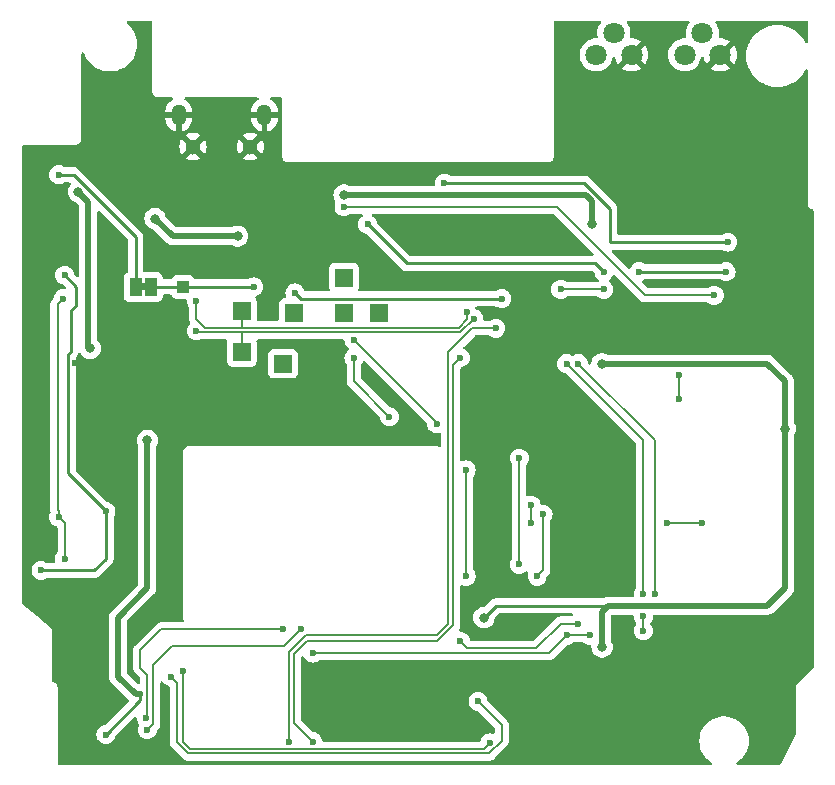
<source format=gbr>
%TF.GenerationSoftware,KiCad,Pcbnew,8.0.4*%
%TF.CreationDate,2025-01-08T21:09:23+00:00*%
%TF.ProjectId,esp32-c,65737033-322d-4632-9e6b-696361645f70,rev?*%
%TF.SameCoordinates,Original*%
%TF.FileFunction,Copper,L2,Bot*%
%TF.FilePolarity,Positive*%
%FSLAX46Y46*%
G04 Gerber Fmt 4.6, Leading zero omitted, Abs format (unit mm)*
G04 Created by KiCad (PCBNEW 8.0.4) date 2025-01-08 21:09:23*
%MOMM*%
%LPD*%
G01*
G04 APERTURE LIST*
%TA.AperFunction,EtchedComponent*%
%ADD10C,0.000000*%
%TD*%
%TA.AperFunction,ComponentPad*%
%ADD11C,1.800000*%
%TD*%
%TA.AperFunction,ComponentPad*%
%ADD12C,1.300000*%
%TD*%
%TA.AperFunction,ComponentPad*%
%ADD13O,1.300000X1.800000*%
%TD*%
%TA.AperFunction,SMDPad,CuDef*%
%ADD14R,1.000000X1.500000*%
%TD*%
%TA.AperFunction,SMDPad,CuDef*%
%ADD15R,1.500000X1.500000*%
%TD*%
%TA.AperFunction,SMDPad,CuDef*%
%ADD16R,1.000000X1.000000*%
%TD*%
%TA.AperFunction,ViaPad*%
%ADD17C,0.600000*%
%TD*%
%TA.AperFunction,ViaPad*%
%ADD18C,0.800000*%
%TD*%
%TA.AperFunction,Conductor*%
%ADD19C,0.280000*%
%TD*%
%TA.AperFunction,Conductor*%
%ADD20C,0.200000*%
%TD*%
%TA.AperFunction,Conductor*%
%ADD21C,0.500000*%
%TD*%
G04 APERTURE END LIST*
D10*
%TA.AperFunction,EtchedComponent*%
%TO.C,JP1*%
G36*
X115400000Y-94300000D02*
G01*
X114900000Y-94300000D01*
X114900000Y-93700000D01*
X115400000Y-93700000D01*
X115400000Y-94300000D01*
G37*
%TD.AperFunction*%
%TD*%
D11*
%TO.P,U15,1,1*%
%TO.N,GND*%
X163999873Y-74350140D03*
%TO.P,U15,2,2*%
%TO.N,/ESP32/ESP_EN*%
X160999873Y-74350140D03*
%TO.P,U15,3,3*%
%TO.N,unconnected-(U15-Pad3)*%
X162500000Y-72500000D03*
%TD*%
%TO.P,U14,1,1*%
%TO.N,GND*%
X156499873Y-74350140D03*
%TO.P,U14,2,2*%
%TO.N,/ESP32/ESP_MODE*%
X153499873Y-74350140D03*
%TO.P,U14,3,3*%
%TO.N,unconnected-(U14-Pad3)*%
X155000000Y-72500000D03*
%TD*%
D12*
%TO.P,USB1,9,SH4*%
%TO.N,GND*%
X124219579Y-82119735D03*
D13*
%TO.P,USB1,8,SH3*%
X125419477Y-79449682D03*
%TO.P,USB1,7,SH2*%
X118169795Y-79449682D03*
D12*
%TO.P,USB1,6,SH1*%
X119369693Y-82119989D03*
%TD*%
D14*
%TO.P,JP1,2,B*%
%TO.N,Net-(JP1-B)*%
X115800000Y-94000000D03*
%TO.P,JP1,1,A*%
%TO.N,Net-(JP1-A)*%
X114500000Y-94000000D03*
%TD*%
D15*
%TO.P,TP14,1,1*%
%TO.N,Net-(U12-IO25)*%
X132154814Y-96209652D03*
%TD*%
D16*
%TO.P,TP9,1,1*%
%TO.N,Net-(JP1-B)*%
X118500000Y-94000000D03*
%TD*%
D15*
%TO.P,TP15,1,1*%
%TO.N,Net-(U12-IO33)*%
X127919477Y-96209652D03*
%TD*%
%TO.P,TP13,1,1*%
%TO.N,Net-(U12-IO26)*%
X135154814Y-96209652D03*
%TD*%
%TO.P,TP36,1,1*%
%TO.N,UART_RX*%
X123500000Y-96000000D03*
%TD*%
%TO.P,TP12,1,1*%
%TO.N,Net-(U12-IO27)*%
X127000000Y-100500000D03*
%TD*%
%TO.P,TP16,1,1*%
%TO.N,Net-(U12-IO32)*%
X132154814Y-93209652D03*
%TD*%
%TO.P,TP35,1,1*%
%TO.N,UART_TX*%
X123500000Y-99500000D03*
%TD*%
D17*
%TO.N,/ESP32/ESP_EN*%
X132154814Y-87209652D03*
X163500000Y-94709652D03*
%TO.N,GND*%
X113000000Y-102000000D03*
X116500000Y-118500000D03*
X110700000Y-131900000D03*
X134419477Y-91949682D03*
X116000000Y-121000000D03*
X148500000Y-111000000D03*
X127919477Y-93449682D03*
D18*
X130500000Y-105000000D03*
D17*
X115500000Y-99500000D03*
X165500000Y-95500000D03*
X120500000Y-104000000D03*
X108500000Y-120500000D03*
X155500000Y-111500000D03*
X170500000Y-101000000D03*
X128000000Y-103000000D03*
X139419477Y-89449682D03*
X132919477Y-84449682D03*
X150919477Y-77449682D03*
X113919477Y-98949682D03*
X152500000Y-129500000D03*
X111500000Y-120500000D03*
X137419477Y-89449682D03*
X148500000Y-122500000D03*
X114500000Y-76000000D03*
D18*
X123000000Y-106500000D03*
D17*
X165919477Y-77949682D03*
D18*
X106000000Y-109500000D03*
D17*
X150919477Y-82949682D03*
X154419477Y-98449682D03*
X122419477Y-91449682D03*
X114419477Y-83449682D03*
D18*
X128000000Y-107000000D03*
D17*
X127419477Y-90449682D03*
X118000000Y-108500000D03*
D18*
X110000000Y-108500000D03*
D17*
X165919477Y-84449682D03*
D18*
X120000000Y-92000000D03*
D17*
X109919477Y-104449682D03*
X111000000Y-79000000D03*
X146000000Y-123500000D03*
X163500000Y-96500000D03*
D18*
X119500000Y-88000000D03*
D17*
X143500000Y-123500000D03*
D18*
X125500000Y-105000000D03*
D17*
X168000000Y-131500000D03*
X169500000Y-125000000D03*
X170000000Y-122000000D03*
X158419477Y-77449682D03*
X113500000Y-117000000D03*
X123419477Y-102449682D03*
D18*
X122500000Y-87000000D03*
D17*
X136419477Y-84449682D03*
X145000000Y-84000000D03*
D18*
X112500000Y-110500000D03*
D17*
X105500000Y-84500000D03*
X154000000Y-97000000D03*
X120500000Y-101500000D03*
X146000000Y-111500000D03*
X140500000Y-93500000D03*
X132419477Y-88449682D03*
X157919477Y-97949682D03*
X109419477Y-100449682D03*
D18*
X105500000Y-103000000D03*
D17*
X155500000Y-110000000D03*
D18*
X133000000Y-106500000D03*
D17*
X140419477Y-90949682D03*
%TO.N,+3.3V*%
X114900000Y-128500000D03*
D18*
X115500000Y-107000000D03*
X144000000Y-122000000D03*
X132154814Y-86209652D03*
X154000000Y-100500000D03*
X154000000Y-124500000D03*
D17*
X112000000Y-131900000D03*
D18*
X169500000Y-106000000D03*
X153154814Y-88709652D03*
X116154814Y-88209652D03*
X123154814Y-89709652D03*
%TO.N,Net-(D2-K)*%
X109654814Y-85949682D03*
X110654814Y-99209652D03*
D17*
%TO.N,PSP_START*%
X142000000Y-100000000D03*
X129500000Y-132500000D03*
%TO.N,Net-(JP1-B)*%
X124500000Y-94000000D03*
%TO.N,/PSP Pins 2K/PSP_x*%
X142500000Y-118500000D03*
X142500000Y-109500000D03*
%TO.N,/PSP Pins 2K/+V*%
X149000000Y-113250445D03*
X162500000Y-114000000D03*
X159500000Y-114000000D03*
X148500000Y-118500000D03*
%TO.N,RTS_PROG*%
X108500000Y-117000000D03*
X108360000Y-95000000D03*
X108000000Y-113500000D03*
%TO.N,/ESP32/ESP_BOOT*%
X160500000Y-101500000D03*
X160500000Y-103500000D03*
%TO.N,DTR_PROG*%
X112000000Y-113000000D03*
X108500000Y-93000000D03*
X106500000Y-118000000D03*
%TO.N,UART_TX*%
X143154814Y-96709652D03*
X119654814Y-97709652D03*
%TO.N,ESP_I2C_SDA*%
X151000000Y-123500000D03*
X129500000Y-125000000D03*
X115400000Y-130500000D03*
X127000000Y-123000000D03*
X151000000Y-100500000D03*
X157500000Y-123100000D03*
X157500000Y-121900000D03*
X153000000Y-123500000D03*
X157500000Y-120000000D03*
%TO.N,UART_RX*%
X142554814Y-96143965D03*
X119654814Y-95209652D03*
%TO.N,ESP_I2C_SCL*%
X152000000Y-122500000D03*
X142000000Y-124000000D03*
X158500000Y-120000000D03*
X152000000Y-100500000D03*
X128500000Y-123000000D03*
X115500000Y-131500000D03*
%TO.N,ESP_SPI_MISO*%
X136000000Y-105000000D03*
X133000000Y-100000000D03*
%TO.N,ESP_SPI_SCLK*%
X133000000Y-98500000D03*
X140000000Y-105600000D03*
%TO.N,/ESP32/ESPScreenDetect*%
X140654814Y-85209652D03*
X164654814Y-90209652D03*
%TO.N,/ESP32/LEDIndicator*%
X145500000Y-95000000D03*
X128000000Y-94500000D03*
%TO.N,Net-(U12-IO27)*%
X127000000Y-100500000D03*
%TO.N,/ESP32/ESP_MODE*%
X154154814Y-94209652D03*
X150500000Y-94209652D03*
%TO.N,Net-(U12-IO26)*%
X135154814Y-96209652D03*
%TO.N,Net-(U12-IO25)*%
X132154814Y-96209652D03*
%TO.N,Net-(U12-IO33)*%
X127919477Y-96209652D03*
%TO.N,Net-(U12-IO32)*%
X132154814Y-93209652D03*
%TO.N,/ESP32/ESPPowerDetect*%
X134154814Y-88709652D03*
X164500000Y-92709652D03*
X157154814Y-92709652D03*
X154154814Y-92709652D03*
%TO.N,PSP_SELECT*%
X127500000Y-132500000D03*
X145000000Y-97500000D03*
%TO.N,right*%
X143500000Y-129100000D03*
X117500000Y-127000000D03*
%TO.N,L1*%
X144500000Y-132600000D03*
X118500000Y-126500000D03*
%TO.N,/PSP Pins 2K/Analog_x*%
X148000000Y-114000000D03*
X148000000Y-112500000D03*
%TO.N,/PSP Pins 2K/PSP_y*%
X147000000Y-117500000D03*
X147000000Y-108500000D03*
%TO.N,Net-(JP1-A)*%
X108000000Y-84500000D03*
%TD*%
D19*
%TO.N,Net-(JP1-B)*%
X124500000Y-94000000D02*
X118751651Y-94000000D01*
D20*
%TO.N,/ESP32/ESP_EN*%
X157654814Y-94709652D02*
X150154814Y-87209652D01*
X163500000Y-94709652D02*
X157654814Y-94709652D01*
X150154814Y-87209652D02*
X132154814Y-87209652D01*
D21*
%TO.N,+3.3V*%
X117654814Y-89709652D02*
X116154814Y-88209652D01*
X114500000Y-128500000D02*
X114900000Y-128500000D01*
D19*
X144000000Y-122000000D02*
X145000000Y-121000000D01*
D21*
X169500000Y-119500000D02*
X168000000Y-121000000D01*
X113000000Y-127000000D02*
X114500000Y-128500000D01*
X154000000Y-100500000D02*
X168000000Y-100500000D01*
X168000000Y-121000000D02*
X154500000Y-121000000D01*
X153154814Y-86709652D02*
X152654814Y-86209652D01*
D19*
X145000000Y-121000000D02*
X154500000Y-121000000D01*
D21*
X169500000Y-106000000D02*
X169500000Y-119500000D01*
X168000000Y-100500000D02*
X169500000Y-102000000D01*
X169500000Y-102000000D02*
X169500000Y-106000000D01*
X115500000Y-107000000D02*
X115500000Y-119500000D01*
X154000000Y-124500000D02*
X154000000Y-121500000D01*
X153154814Y-88709652D02*
X153154814Y-86709652D01*
X115500000Y-119500000D02*
X113000000Y-122000000D01*
D19*
X114900000Y-128500000D02*
X114900000Y-129000000D01*
X114900000Y-129000000D02*
X112000000Y-131900000D01*
D21*
X123154814Y-89709652D02*
X117654814Y-89709652D01*
X113000000Y-122000000D02*
X113000000Y-127000000D01*
X154000000Y-121500000D02*
X154500000Y-121000000D01*
X152654814Y-86209652D02*
X132154814Y-86209652D01*
%TO.N,Net-(D2-K)*%
X110500000Y-86794868D02*
X110500000Y-99054838D01*
X110500000Y-99054838D02*
X110654814Y-99209652D01*
X109654814Y-85949682D02*
X110500000Y-86794868D01*
D20*
%TO.N,PSP_START*%
X141400000Y-122665686D02*
X141400000Y-100600000D01*
X127900000Y-125100000D02*
X129000000Y-124000000D01*
X129500000Y-132500000D02*
X127900000Y-130900000D01*
X140065686Y-124000000D02*
X141400000Y-122665686D01*
X141400000Y-100600000D02*
X142000000Y-100000000D01*
X127900000Y-130900000D02*
X127900000Y-125100000D01*
X129000000Y-124000000D02*
X140065686Y-124000000D01*
D19*
%TO.N,Net-(JP1-B)*%
X118500000Y-94000000D02*
X115800000Y-94000000D01*
D20*
%TO.N,/PSP Pins 2K/PSP_x*%
X142500000Y-118500000D02*
X142500000Y-109500000D01*
%TO.N,/PSP Pins 2K/+V*%
X149000000Y-118000000D02*
X148500000Y-118500000D01*
X159500000Y-114000000D02*
X162500000Y-114000000D01*
X149000000Y-113250445D02*
X149000000Y-118000000D01*
%TO.N,RTS_PROG*%
X107900000Y-95460000D02*
X107900000Y-112900000D01*
X108500000Y-117000000D02*
X108500000Y-114000000D01*
X108500000Y-114000000D02*
X108000000Y-113500000D01*
X108360000Y-95000000D02*
X107900000Y-95460000D01*
X108000000Y-113000000D02*
X108000000Y-113500000D01*
X107900000Y-112900000D02*
X108000000Y-113000000D01*
%TO.N,/ESP32/ESP_BOOT*%
X160500000Y-103500000D02*
X160500000Y-101500000D01*
D19*
%TO.N,DTR_PROG*%
X111000000Y-118000000D02*
X112000000Y-117000000D01*
X109000000Y-99500000D02*
X108779477Y-99720523D01*
X112000000Y-117000000D02*
X112000000Y-113000000D01*
X109000000Y-96000000D02*
X109000000Y-99500000D01*
X106500000Y-118000000D02*
X111000000Y-118000000D01*
X109500000Y-94000000D02*
X109500000Y-95500000D01*
X108779477Y-99720523D02*
X108779477Y-109779477D01*
X109500000Y-95500000D02*
X109000000Y-96000000D01*
X108779477Y-109779477D02*
X112000000Y-113000000D01*
X108500000Y-93000000D02*
X109500000Y-94000000D01*
D20*
%TO.N,UART_TX*%
X143154814Y-96709652D02*
X142014784Y-97849682D01*
X142014784Y-97849682D02*
X123500000Y-97849682D01*
X123500000Y-97849682D02*
X119794844Y-97849682D01*
X123500000Y-99500000D02*
X123500000Y-97849682D01*
X119794844Y-97849682D02*
X119654814Y-97709652D01*
%TO.N,ESP_I2C_SDA*%
X157500000Y-120000000D02*
X157500000Y-107000000D01*
X153000000Y-123500000D02*
X151000000Y-123500000D01*
X114900000Y-126248529D02*
X114900000Y-124751471D01*
X115500000Y-126848529D02*
X114900000Y-126248529D01*
X114900000Y-124751471D02*
X116651471Y-123000000D01*
X157500000Y-107000000D02*
X151000000Y-100500000D01*
X115500000Y-130400000D02*
X115500000Y-126848529D01*
X129500000Y-125000000D02*
X149500000Y-125000000D01*
X115400000Y-130500000D02*
X115500000Y-130400000D01*
X157500000Y-121900000D02*
X157500000Y-123100000D01*
X116651471Y-123000000D02*
X127000000Y-123000000D01*
X149500000Y-125000000D02*
X151000000Y-123500000D01*
%TO.N,UART_RX*%
X123500000Y-97369159D02*
X123419477Y-97449682D01*
X142554814Y-96743966D02*
X141849098Y-97449682D01*
X141849098Y-97449682D02*
X123419477Y-97449682D01*
X119654814Y-96709652D02*
X119654814Y-95209652D01*
X123419477Y-97449682D02*
X120394844Y-97449682D01*
X123500000Y-96000000D02*
X123500000Y-97369159D01*
X120394844Y-97449682D02*
X119654814Y-96709652D01*
X142554814Y-96143965D02*
X142554814Y-96743966D01*
%TO.N,ESP_I2C_SCL*%
X158500000Y-120000000D02*
X158500000Y-107000000D01*
X142600000Y-124600000D02*
X142000000Y-124000000D01*
X117600000Y-124400000D02*
X116000000Y-126000000D01*
X142600000Y-124600000D02*
X148400000Y-124600000D01*
X158500000Y-107000000D02*
X152000000Y-100500000D01*
X127100000Y-124400000D02*
X117600000Y-124400000D01*
X116000000Y-126000000D02*
X116000000Y-131000000D01*
X148400000Y-124600000D02*
X150500000Y-122500000D01*
X128500000Y-123000000D02*
X127100000Y-124400000D01*
X116000000Y-131000000D02*
X115500000Y-131500000D01*
X152000000Y-122500000D02*
X150500000Y-122500000D01*
%TO.N,ESP_SPI_MISO*%
X133000000Y-102000000D02*
X136000000Y-105000000D01*
X133000000Y-100000000D02*
X133000000Y-102000000D01*
%TO.N,ESP_SPI_SCLK*%
X140000000Y-105500000D02*
X133000000Y-98500000D01*
X140000000Y-105600000D02*
X140000000Y-105500000D01*
D19*
%TO.N,/ESP32/ESPScreenDetect*%
X154654814Y-87375266D02*
X152489200Y-85209652D01*
X164654814Y-90209652D02*
X154654814Y-90209652D01*
X152489200Y-85209652D02*
X140654814Y-85209652D01*
X154654814Y-90209652D02*
X154654814Y-87375266D01*
%TO.N,/ESP32/LEDIndicator*%
X128500000Y-95000000D02*
X128000000Y-94500000D01*
X145500000Y-95000000D02*
X128500000Y-95000000D01*
D20*
%TO.N,/ESP32/ESP_MODE*%
X150500000Y-94209652D02*
X154154814Y-94209652D01*
D19*
%TO.N,/ESP32/ESPPowerDetect*%
X134154814Y-88709652D02*
X137445162Y-92000000D01*
X164500000Y-92709652D02*
X157154814Y-92709652D01*
X153445162Y-92000000D02*
X154154814Y-92709652D01*
X137445162Y-92000000D02*
X153445162Y-92000000D01*
D20*
%TO.N,PSP_SELECT*%
X140000000Y-123500000D02*
X141000000Y-122500000D01*
X127500000Y-124934314D02*
X128934314Y-123500000D01*
X143000000Y-97500000D02*
X145000000Y-97500000D01*
X141000000Y-99500000D02*
X143000000Y-97500000D01*
X141000000Y-122500000D02*
X141000000Y-99500000D01*
X128934314Y-123500000D02*
X140000000Y-123500000D01*
X127500000Y-132500000D02*
X127500000Y-124934314D01*
%TO.N,right*%
X118000000Y-127500000D02*
X117500000Y-127000000D01*
X143500000Y-129100000D02*
X145500000Y-131100000D01*
X118000000Y-132565686D02*
X118000000Y-127500000D01*
X145500000Y-131100000D02*
X145500000Y-132448529D01*
X144448529Y-133500000D02*
X118934314Y-133500000D01*
X118934314Y-133500000D02*
X118000000Y-132565686D01*
X145500000Y-132448529D02*
X144448529Y-133500000D01*
%TO.N,L1*%
X144000000Y-133100000D02*
X119100000Y-133100000D01*
X118500000Y-132500000D02*
X118500000Y-126500000D01*
X119100000Y-133100000D02*
X118500000Y-132500000D01*
X144500000Y-132600000D02*
X144000000Y-133100000D01*
%TO.N,/PSP Pins 2K/Analog_x*%
X148000000Y-114000000D02*
X148000000Y-112500000D01*
%TO.N,/PSP Pins 2K/PSP_y*%
X147000000Y-108500000D02*
X147000000Y-117500000D01*
D19*
%TO.N,Net-(JP1-A)*%
X114500000Y-94000000D02*
X114500000Y-89748349D01*
X114500000Y-89748349D02*
X109251651Y-84500000D01*
X109251651Y-84500000D02*
X108000000Y-84500000D01*
%TD*%
%TA.AperFunction,Conductor*%
%TO.N,GND*%
G36*
X149921756Y-87829837D02*
G01*
X149942398Y-87846471D01*
X153243746Y-91147819D01*
X153277231Y-91209142D01*
X153272247Y-91278834D01*
X153230375Y-91334767D01*
X153164911Y-91359184D01*
X153156065Y-91359500D01*
X137761828Y-91359500D01*
X137694789Y-91339815D01*
X137674147Y-91323181D01*
X134978331Y-88627365D01*
X134944846Y-88566042D01*
X134942793Y-88553580D01*
X134940182Y-88530397D01*
X134880603Y-88360130D01*
X134784630Y-88207390D01*
X134657076Y-88079836D01*
X134592317Y-88039145D01*
X134546027Y-87986811D01*
X134535379Y-87917758D01*
X134563754Y-87853909D01*
X134622144Y-87815537D01*
X134658290Y-87810152D01*
X149854717Y-87810152D01*
X149921756Y-87829837D01*
G37*
%TD.AperFunction*%
%TA.AperFunction,Conductor*%
G36*
X115862016Y-71469867D02*
G01*
X115907771Y-71522671D01*
X115918977Y-71574182D01*
X115918977Y-77515573D01*
X115953085Y-77642869D01*
X115986031Y-77699932D01*
X116018977Y-77756996D01*
X116112163Y-77850182D01*
X116226291Y-77916074D01*
X116353585Y-77950182D01*
X116485369Y-77950182D01*
X117572487Y-77950182D01*
X117639526Y-77969867D01*
X117685281Y-78022671D01*
X117695225Y-78091829D01*
X117666200Y-78155385D01*
X117628782Y-78184667D01*
X117567060Y-78216116D01*
X117420625Y-78322505D01*
X117292618Y-78450512D01*
X117186229Y-78596947D01*
X117104047Y-78758234D01*
X117104046Y-78758237D01*
X117048112Y-78930388D01*
X117019795Y-79109175D01*
X117019795Y-79199682D01*
X117820836Y-79199682D01*
X117819782Y-79203615D01*
X117819782Y-79695749D01*
X117820836Y-79699682D01*
X117019795Y-79699682D01*
X117019795Y-79790188D01*
X117048112Y-79968975D01*
X117104046Y-80141126D01*
X117104047Y-80141129D01*
X117186229Y-80302416D01*
X117292618Y-80448851D01*
X117420625Y-80576858D01*
X117567060Y-80683247D01*
X117728347Y-80765429D01*
X117728350Y-80765430D01*
X117900494Y-80821362D01*
X117900507Y-80821365D01*
X117919795Y-80824420D01*
X117919795Y-79894662D01*
X117954882Y-79929749D01*
X118034695Y-79975829D01*
X118123715Y-79999682D01*
X118215875Y-79999682D01*
X118304895Y-79975829D01*
X118384708Y-79929749D01*
X118419795Y-79894662D01*
X118419795Y-80824419D01*
X118439082Y-80821365D01*
X118439095Y-80821362D01*
X118611239Y-80765430D01*
X118611242Y-80765429D01*
X118772529Y-80683247D01*
X118918964Y-80576858D01*
X119046971Y-80448851D01*
X119153360Y-80302416D01*
X119235542Y-80141129D01*
X119235543Y-80141126D01*
X119291477Y-79968975D01*
X119319795Y-79790188D01*
X119319795Y-79699682D01*
X118518754Y-79699682D01*
X118519808Y-79695749D01*
X118519808Y-79203615D01*
X118518754Y-79199682D01*
X119319795Y-79199682D01*
X119319795Y-79109175D01*
X119291477Y-78930388D01*
X119235543Y-78758237D01*
X119235542Y-78758234D01*
X119153360Y-78596947D01*
X119046971Y-78450512D01*
X118918964Y-78322505D01*
X118772529Y-78216116D01*
X118710808Y-78184667D01*
X118660012Y-78136692D01*
X118643217Y-78068871D01*
X118665755Y-78002736D01*
X118720470Y-77959285D01*
X118767103Y-77950182D01*
X124822169Y-77950182D01*
X124889208Y-77969867D01*
X124934963Y-78022671D01*
X124944907Y-78091829D01*
X124915882Y-78155385D01*
X124878464Y-78184667D01*
X124816742Y-78216116D01*
X124670307Y-78322505D01*
X124542300Y-78450512D01*
X124435911Y-78596947D01*
X124353729Y-78758234D01*
X124353728Y-78758237D01*
X124297794Y-78930388D01*
X124269477Y-79109175D01*
X124269477Y-79199682D01*
X125070518Y-79199682D01*
X125069464Y-79203615D01*
X125069464Y-79695749D01*
X125070518Y-79699682D01*
X124269477Y-79699682D01*
X124269477Y-79790188D01*
X124297794Y-79968975D01*
X124353728Y-80141126D01*
X124353729Y-80141129D01*
X124435911Y-80302416D01*
X124542300Y-80448851D01*
X124670307Y-80576858D01*
X124816742Y-80683247D01*
X124978029Y-80765429D01*
X124978032Y-80765430D01*
X125150176Y-80821362D01*
X125150189Y-80821365D01*
X125169477Y-80824420D01*
X125169477Y-79894662D01*
X125204564Y-79929749D01*
X125284377Y-79975829D01*
X125373397Y-79999682D01*
X125465557Y-79999682D01*
X125554577Y-79975829D01*
X125634390Y-79929749D01*
X125669477Y-79894662D01*
X125669477Y-80824419D01*
X125688764Y-80821365D01*
X125688777Y-80821362D01*
X125860921Y-80765430D01*
X125860924Y-80765429D01*
X126022211Y-80683247D01*
X126168646Y-80576858D01*
X126296653Y-80448851D01*
X126403042Y-80302416D01*
X126485224Y-80141129D01*
X126485225Y-80141126D01*
X126541159Y-79968975D01*
X126569477Y-79790188D01*
X126569477Y-79699682D01*
X125768436Y-79699682D01*
X125769490Y-79695749D01*
X125769490Y-79203615D01*
X125768436Y-79199682D01*
X126569477Y-79199682D01*
X126569477Y-79109175D01*
X126541159Y-78930388D01*
X126485225Y-78758237D01*
X126485224Y-78758234D01*
X126403042Y-78596947D01*
X126296653Y-78450512D01*
X126168646Y-78322505D01*
X126022211Y-78216116D01*
X125960490Y-78184667D01*
X125909694Y-78136692D01*
X125892899Y-78068871D01*
X125915437Y-78002736D01*
X125970152Y-77959285D01*
X126016785Y-77950182D01*
X126794977Y-77950182D01*
X126862016Y-77969867D01*
X126907771Y-78022671D01*
X126918977Y-78074182D01*
X126918977Y-83015573D01*
X126953085Y-83142869D01*
X126986031Y-83199932D01*
X127018977Y-83256996D01*
X127112163Y-83350182D01*
X127226291Y-83416074D01*
X127353585Y-83450182D01*
X127353587Y-83450182D01*
X149485367Y-83450182D01*
X149485369Y-83450182D01*
X149612663Y-83416074D01*
X149726791Y-83350182D01*
X149819977Y-83256996D01*
X149885869Y-83142868D01*
X149919977Y-83015574D01*
X149919977Y-71574182D01*
X149939662Y-71507143D01*
X149992466Y-71461388D01*
X150043977Y-71450182D01*
X153783843Y-71450182D01*
X153850882Y-71469867D01*
X153896637Y-71522671D01*
X153906581Y-71591829D01*
X153887652Y-71642003D01*
X153764075Y-71831151D01*
X153670842Y-72043699D01*
X153613866Y-72268691D01*
X153613864Y-72268702D01*
X153594700Y-72499993D01*
X153594700Y-72500006D01*
X153613864Y-72731297D01*
X153613868Y-72731316D01*
X153630046Y-72795199D01*
X153627422Y-72865019D01*
X153587467Y-72922337D01*
X153522866Y-72948954D01*
X153509841Y-72949640D01*
X153383824Y-72949640D01*
X153343913Y-72956300D01*
X153154888Y-72987842D01*
X152935377Y-73063201D01*
X152935368Y-73063204D01*
X152731244Y-73173671D01*
X152731238Y-73173675D01*
X152548095Y-73316221D01*
X152548092Y-73316224D01*
X152390889Y-73486992D01*
X152263948Y-73681291D01*
X152170715Y-73893839D01*
X152113739Y-74118831D01*
X152113737Y-74118842D01*
X152094573Y-74350133D01*
X152094573Y-74350146D01*
X152113737Y-74581437D01*
X152113739Y-74581448D01*
X152170715Y-74806440D01*
X152263948Y-75018988D01*
X152390889Y-75213287D01*
X152390892Y-75213291D01*
X152390894Y-75213293D01*
X152548089Y-75384053D01*
X152548092Y-75384055D01*
X152548095Y-75384058D01*
X152731238Y-75526604D01*
X152731244Y-75526608D01*
X152731247Y-75526610D01*
X152833961Y-75582196D01*
X152934525Y-75636619D01*
X152935370Y-75637076D01*
X153031551Y-75670095D01*
X153154888Y-75712437D01*
X153154890Y-75712437D01*
X153154892Y-75712438D01*
X153383824Y-75750640D01*
X153383825Y-75750640D01*
X153615921Y-75750640D01*
X153615922Y-75750640D01*
X153844854Y-75712438D01*
X154064376Y-75637076D01*
X154268499Y-75526610D01*
X154269043Y-75526187D01*
X154368653Y-75448657D01*
X154451657Y-75384053D01*
X154608852Y-75213293D01*
X154735797Y-75018989D01*
X154829030Y-74806440D01*
X154879925Y-74605458D01*
X154915465Y-74545304D01*
X154977885Y-74513912D01*
X155047368Y-74521250D01*
X155101854Y-74564989D01*
X155120337Y-74605460D01*
X155171190Y-74806275D01*
X155264388Y-75018746D01*
X155348685Y-75147772D01*
X156016910Y-74479548D01*
X156033948Y-74543133D01*
X156099774Y-74657147D01*
X156192866Y-74750239D01*
X156306880Y-74816065D01*
X156370463Y-74833102D01*
X155701074Y-75502491D01*
X155731522Y-75526190D01*
X155935570Y-75636616D01*
X155935579Y-75636619D01*
X156155012Y-75711951D01*
X156383866Y-75750140D01*
X156615880Y-75750140D01*
X156844733Y-75711951D01*
X157064166Y-75636619D01*
X157064174Y-75636616D01*
X157268228Y-75526187D01*
X157298670Y-75502491D01*
X157298671Y-75502490D01*
X156629283Y-74833102D01*
X156692866Y-74816065D01*
X156806880Y-74750239D01*
X156899972Y-74657147D01*
X156965798Y-74543133D01*
X156982835Y-74479549D01*
X157651059Y-75147773D01*
X157735355Y-75018751D01*
X157828555Y-74806275D01*
X157885511Y-74581358D01*
X157904671Y-74350145D01*
X157904671Y-74350134D01*
X157885511Y-74118921D01*
X157828555Y-73894004D01*
X157735357Y-73681533D01*
X157651059Y-73552505D01*
X156982835Y-74220729D01*
X156965798Y-74157147D01*
X156899972Y-74043133D01*
X156806880Y-73950041D01*
X156692866Y-73884215D01*
X156629282Y-73867177D01*
X157298670Y-73197787D01*
X157298670Y-73197785D01*
X157268233Y-73174095D01*
X157268227Y-73174091D01*
X157064175Y-73063663D01*
X157064166Y-73063660D01*
X156844733Y-72988328D01*
X156615880Y-72950140D01*
X156490033Y-72950140D01*
X156422994Y-72930455D01*
X156377239Y-72877651D01*
X156367295Y-72808493D01*
X156369827Y-72795700D01*
X156386133Y-72731308D01*
X156386135Y-72731297D01*
X156405300Y-72500006D01*
X156405300Y-72499993D01*
X156386135Y-72268702D01*
X156386133Y-72268691D01*
X156329157Y-72043699D01*
X156235924Y-71831151D01*
X156112348Y-71642003D01*
X156092161Y-71575114D01*
X156111341Y-71507928D01*
X156163799Y-71461778D01*
X156216157Y-71450182D01*
X161283843Y-71450182D01*
X161350882Y-71469867D01*
X161396637Y-71522671D01*
X161406581Y-71591829D01*
X161387652Y-71642003D01*
X161264075Y-71831151D01*
X161170842Y-72043699D01*
X161113866Y-72268691D01*
X161113864Y-72268702D01*
X161094700Y-72499993D01*
X161094700Y-72500006D01*
X161113864Y-72731297D01*
X161113868Y-72731316D01*
X161130046Y-72795199D01*
X161127422Y-72865019D01*
X161087467Y-72922337D01*
X161022866Y-72948954D01*
X161009841Y-72949640D01*
X160883824Y-72949640D01*
X160843913Y-72956300D01*
X160654888Y-72987842D01*
X160435377Y-73063201D01*
X160435368Y-73063204D01*
X160231244Y-73173671D01*
X160231238Y-73173675D01*
X160048095Y-73316221D01*
X160048092Y-73316224D01*
X159890889Y-73486992D01*
X159763948Y-73681291D01*
X159670715Y-73893839D01*
X159613739Y-74118831D01*
X159613737Y-74118842D01*
X159594573Y-74350133D01*
X159594573Y-74350146D01*
X159613737Y-74581437D01*
X159613739Y-74581448D01*
X159670715Y-74806440D01*
X159763948Y-75018988D01*
X159890889Y-75213287D01*
X159890892Y-75213291D01*
X159890894Y-75213293D01*
X160048089Y-75384053D01*
X160048092Y-75384055D01*
X160048095Y-75384058D01*
X160231238Y-75526604D01*
X160231244Y-75526608D01*
X160231247Y-75526610D01*
X160333961Y-75582196D01*
X160434525Y-75636619D01*
X160435370Y-75637076D01*
X160531551Y-75670095D01*
X160654888Y-75712437D01*
X160654890Y-75712437D01*
X160654892Y-75712438D01*
X160883824Y-75750640D01*
X160883825Y-75750640D01*
X161115921Y-75750640D01*
X161115922Y-75750640D01*
X161344854Y-75712438D01*
X161564376Y-75637076D01*
X161768499Y-75526610D01*
X161769043Y-75526187D01*
X161868653Y-75448657D01*
X161951657Y-75384053D01*
X162108852Y-75213293D01*
X162235797Y-75018989D01*
X162329030Y-74806440D01*
X162379925Y-74605458D01*
X162415465Y-74545304D01*
X162477885Y-74513912D01*
X162547368Y-74521250D01*
X162601854Y-74564989D01*
X162620337Y-74605460D01*
X162671190Y-74806275D01*
X162764388Y-75018746D01*
X162848685Y-75147772D01*
X163516910Y-74479548D01*
X163533948Y-74543133D01*
X163599774Y-74657147D01*
X163692866Y-74750239D01*
X163806880Y-74816065D01*
X163870463Y-74833102D01*
X163201074Y-75502491D01*
X163231522Y-75526190D01*
X163435570Y-75636616D01*
X163435579Y-75636619D01*
X163655012Y-75711951D01*
X163883866Y-75750140D01*
X164115880Y-75750140D01*
X164344733Y-75711951D01*
X164564166Y-75636619D01*
X164564174Y-75636616D01*
X164768228Y-75526187D01*
X164798670Y-75502491D01*
X164798671Y-75502490D01*
X164129283Y-74833102D01*
X164192866Y-74816065D01*
X164306880Y-74750239D01*
X164399972Y-74657147D01*
X164465798Y-74543133D01*
X164482835Y-74479549D01*
X165151059Y-75147773D01*
X165235355Y-75018751D01*
X165328555Y-74806275D01*
X165385511Y-74581358D01*
X165404671Y-74350145D01*
X165404671Y-74350134D01*
X165385511Y-74118921D01*
X165328555Y-73894004D01*
X165235357Y-73681533D01*
X165151059Y-73552505D01*
X164482835Y-74220729D01*
X164465798Y-74157147D01*
X164399972Y-74043133D01*
X164306880Y-73950041D01*
X164192866Y-73884215D01*
X164129282Y-73867177D01*
X164798670Y-73197787D01*
X164798670Y-73197785D01*
X164768233Y-73174095D01*
X164768227Y-73174091D01*
X164564175Y-73063663D01*
X164564166Y-73063660D01*
X164344733Y-72988328D01*
X164115880Y-72950140D01*
X163990033Y-72950140D01*
X163922994Y-72930455D01*
X163877239Y-72877651D01*
X163867295Y-72808493D01*
X163869827Y-72795700D01*
X163886133Y-72731308D01*
X163886135Y-72731297D01*
X163905300Y-72500006D01*
X163905300Y-72499993D01*
X163886135Y-72268702D01*
X163886133Y-72268691D01*
X163829157Y-72043699D01*
X163735924Y-71831151D01*
X163612348Y-71642003D01*
X163592161Y-71575114D01*
X163611341Y-71507928D01*
X163663799Y-71461778D01*
X163716157Y-71450182D01*
X171294977Y-71450182D01*
X171362016Y-71469867D01*
X171407771Y-71522671D01*
X171418977Y-71574182D01*
X171418977Y-73229268D01*
X171399292Y-73296307D01*
X171346488Y-73342062D01*
X171277330Y-73352006D01*
X171213774Y-73322981D01*
X171181901Y-73280159D01*
X171158894Y-73229039D01*
X171158893Y-73229038D01*
X171158892Y-73229035D01*
X170994802Y-72957596D01*
X170988031Y-72948954D01*
X170799187Y-72707912D01*
X170574912Y-72483637D01*
X170325235Y-72288027D01*
X170325227Y-72288022D01*
X170293256Y-72268695D01*
X170053790Y-72123933D01*
X169764552Y-71993757D01*
X169461732Y-71899395D01*
X169149746Y-71842221D01*
X169149745Y-71842220D01*
X169149740Y-71842220D01*
X168833143Y-71823070D01*
X168516545Y-71842220D01*
X168204553Y-71899395D01*
X167901739Y-71993755D01*
X167901735Y-71993756D01*
X167901734Y-71993757D01*
X167788926Y-72044528D01*
X167612500Y-72123931D01*
X167612498Y-72123932D01*
X167341058Y-72288022D01*
X167341050Y-72288027D01*
X167091373Y-72483637D01*
X166867098Y-72707912D01*
X166671488Y-72957589D01*
X166671483Y-72957597D01*
X166652906Y-72988328D01*
X166507394Y-73229035D01*
X166391297Y-73486992D01*
X166377216Y-73518278D01*
X166282856Y-73821092D01*
X166225681Y-74133084D01*
X166206531Y-74449682D01*
X166225681Y-74766279D01*
X166225681Y-74766284D01*
X166225682Y-74766285D01*
X166282856Y-75078271D01*
X166377218Y-75381091D01*
X166507394Y-75670329D01*
X166671483Y-75941766D01*
X166671488Y-75941774D01*
X166867098Y-76191451D01*
X167091373Y-76415726D01*
X167341050Y-76611336D01*
X167341053Y-76611337D01*
X167341057Y-76611341D01*
X167612496Y-76775431D01*
X167901734Y-76905607D01*
X168204554Y-76999969D01*
X168516540Y-77057143D01*
X168833143Y-77076294D01*
X169149746Y-77057143D01*
X169461732Y-76999969D01*
X169764552Y-76905607D01*
X170053790Y-76775431D01*
X170325229Y-76611341D01*
X170574909Y-76415729D01*
X170799190Y-76191448D01*
X170994802Y-75941768D01*
X171158892Y-75670329D01*
X171181902Y-75619202D01*
X171227365Y-75566150D01*
X171294295Y-75546097D01*
X171361442Y-75565413D01*
X171407486Y-75617964D01*
X171418977Y-75670095D01*
X171418977Y-87015574D01*
X171422947Y-87030389D01*
X171453085Y-87142869D01*
X171486031Y-87199932D01*
X171518977Y-87256996D01*
X171612163Y-87350182D01*
X171726291Y-87416074D01*
X171827572Y-87443211D01*
X171887230Y-87479574D01*
X171917760Y-87542421D01*
X171919477Y-87562985D01*
X171919477Y-126190506D01*
X171899792Y-126257545D01*
X171883158Y-126278187D01*
X170518979Y-127642365D01*
X170518977Y-127642368D01*
X170453085Y-127756494D01*
X170418977Y-127883790D01*
X170418977Y-131802257D01*
X170405886Y-131857711D01*
X169144424Y-134380636D01*
X169096837Y-134431795D01*
X169033515Y-134449182D01*
X165494024Y-134449182D01*
X165426985Y-134429497D01*
X165381230Y-134376693D01*
X165371286Y-134307535D01*
X165400311Y-134243979D01*
X165429596Y-134219234D01*
X165475480Y-134191330D01*
X165536388Y-134154292D01*
X165757292Y-133974573D01*
X165951667Y-133766449D01*
X166115892Y-133533795D01*
X166246907Y-133280947D01*
X166342273Y-133012614D01*
X166400212Y-132733794D01*
X166419646Y-132449682D01*
X166400212Y-132165570D01*
X166342273Y-131886750D01*
X166336385Y-131870184D01*
X166246908Y-131618420D01*
X166246909Y-131618420D01*
X166176395Y-131482334D01*
X166115892Y-131365569D01*
X165951667Y-131132915D01*
X165951663Y-131132911D01*
X165951662Y-131132909D01*
X165847091Y-131020942D01*
X165757292Y-130924791D01*
X165536388Y-130745072D01*
X165536386Y-130745071D01*
X165536384Y-130745069D01*
X165293068Y-130597105D01*
X165031871Y-130483652D01*
X164757660Y-130406821D01*
X164757656Y-130406820D01*
X164757655Y-130406820D01*
X164616593Y-130387431D01*
X164475532Y-130368043D01*
X164475531Y-130368043D01*
X164190755Y-130368043D01*
X164190754Y-130368043D01*
X163908631Y-130406820D01*
X163908625Y-130406821D01*
X163634414Y-130483652D01*
X163373217Y-130597105D01*
X163129901Y-130745069D01*
X162908997Y-130924788D01*
X162714623Y-131132909D01*
X162550394Y-131365568D01*
X162419377Y-131618420D01*
X162324014Y-131886744D01*
X162324013Y-131886747D01*
X162266073Y-132165575D01*
X162246640Y-132449682D01*
X162266073Y-132733788D01*
X162324013Y-133012616D01*
X162324014Y-133012619D01*
X162419377Y-133280943D01*
X162419376Y-133280943D01*
X162550394Y-133533795D01*
X162714623Y-133766454D01*
X162786867Y-133843807D01*
X162908994Y-133974573D01*
X163129898Y-134154292D01*
X163129900Y-134154293D01*
X163129901Y-134154294D01*
X163236690Y-134219234D01*
X163283742Y-134270885D01*
X163295400Y-134339776D01*
X163267963Y-134404033D01*
X163210141Y-134443255D01*
X163172262Y-134449182D01*
X108043977Y-134449182D01*
X107976938Y-134429497D01*
X107931183Y-134376693D01*
X107919977Y-134325182D01*
X107919977Y-127883792D01*
X107919977Y-127883790D01*
X107885869Y-127756496D01*
X107819977Y-127642368D01*
X107726791Y-127549182D01*
X107647626Y-127503476D01*
X107612664Y-127483290D01*
X107569996Y-127471857D01*
X107511382Y-127456152D01*
X107451723Y-127419788D01*
X107421194Y-127356941D01*
X107419477Y-127336378D01*
X107419477Y-124956390D01*
X107419646Y-124951433D01*
X107419646Y-124947921D01*
X107419477Y-124942975D01*
X107419477Y-122949682D01*
X107419476Y-122949681D01*
X106145922Y-121888386D01*
X104891768Y-120843258D01*
X104852870Y-120785220D01*
X104851524Y-120715363D01*
X104867981Y-120679213D01*
X104872468Y-120672484D01*
X104873763Y-120668652D01*
X104883843Y-120646375D01*
X104885869Y-120642868D01*
X104897717Y-120598647D01*
X104900024Y-120591024D01*
X104914699Y-120547649D01*
X104914960Y-120543599D01*
X104918929Y-120519482D01*
X104919977Y-120515574D01*
X104919977Y-120469800D01*
X104920234Y-120461820D01*
X104923180Y-120416139D01*
X104922384Y-120412163D01*
X104919977Y-120387846D01*
X104919977Y-117999996D01*
X105694435Y-117999996D01*
X105694435Y-118000003D01*
X105714630Y-118179249D01*
X105714631Y-118179254D01*
X105774211Y-118349523D01*
X105786271Y-118368716D01*
X105870184Y-118502262D01*
X105997738Y-118629816D01*
X106150478Y-118725789D01*
X106320739Y-118785366D01*
X106320745Y-118785368D01*
X106320750Y-118785369D01*
X106499996Y-118805565D01*
X106500000Y-118805565D01*
X106500004Y-118805565D01*
X106679249Y-118785369D01*
X106679251Y-118785368D01*
X106679255Y-118785368D01*
X106679258Y-118785366D01*
X106679262Y-118785366D01*
X106769377Y-118753832D01*
X106849522Y-118725789D01*
X106955011Y-118659505D01*
X107020983Y-118640500D01*
X111063085Y-118640500D01*
X111063086Y-118640499D01*
X111186828Y-118615886D01*
X111303391Y-118567604D01*
X111408295Y-118497509D01*
X112408292Y-117497510D01*
X112408295Y-117497509D01*
X112497509Y-117408295D01*
X112554380Y-117323181D01*
X112567603Y-117303392D01*
X112567605Y-117303388D01*
X112583785Y-117264325D01*
X112615886Y-117186827D01*
X112640500Y-117063084D01*
X112640500Y-113520982D01*
X112659507Y-113455009D01*
X112725788Y-113349524D01*
X112725789Y-113349522D01*
X112785368Y-113179255D01*
X112788610Y-113150481D01*
X112805565Y-113000003D01*
X112805565Y-112999996D01*
X112785369Y-112820750D01*
X112785368Y-112820744D01*
X112725788Y-112650476D01*
X112686582Y-112588080D01*
X112629816Y-112497738D01*
X112502262Y-112370184D01*
X112460557Y-112343979D01*
X112349521Y-112274210D01*
X112179249Y-112214630D01*
X112156081Y-112212020D01*
X112091667Y-112184953D01*
X112082285Y-112176481D01*
X109456296Y-109550492D01*
X109422811Y-109489169D01*
X109419977Y-109462811D01*
X109419977Y-100037189D01*
X109439662Y-99970150D01*
X109456297Y-99949507D01*
X109497506Y-99908298D01*
X109497509Y-99908295D01*
X109551754Y-99827111D01*
X109567603Y-99803392D01*
X109567605Y-99803388D01*
X109603864Y-99715851D01*
X109615886Y-99686827D01*
X109621980Y-99656188D01*
X109654362Y-99594279D01*
X109715077Y-99559703D01*
X109784847Y-99563441D01*
X109841520Y-99604306D01*
X109850984Y-99618379D01*
X109922280Y-99741866D01*
X109922279Y-99741866D01*
X110048943Y-99882540D01*
X110202079Y-99993800D01*
X110202084Y-99993803D01*
X110375006Y-100070794D01*
X110375011Y-100070796D01*
X110560168Y-100110152D01*
X110560169Y-100110152D01*
X110749458Y-100110152D01*
X110749460Y-100110152D01*
X110934617Y-100070796D01*
X111107544Y-99993803D01*
X111260685Y-99882540D01*
X111387347Y-99741868D01*
X111481993Y-99577936D01*
X111540488Y-99397908D01*
X111560274Y-99209652D01*
X111540488Y-99021396D01*
X111481993Y-98841368D01*
X111387347Y-98677436D01*
X111282350Y-98560825D01*
X111252120Y-98497834D01*
X111250500Y-98477853D01*
X111250500Y-87704015D01*
X111270185Y-87636976D01*
X111322989Y-87591221D01*
X111392147Y-87581277D01*
X111455703Y-87610302D01*
X111462181Y-87616334D01*
X113823181Y-89977334D01*
X113856666Y-90038657D01*
X113859500Y-90065015D01*
X113859500Y-92682128D01*
X113839815Y-92749167D01*
X113787011Y-92794922D01*
X113778836Y-92798309D01*
X113757665Y-92806205D01*
X113642455Y-92892452D01*
X113642452Y-92892455D01*
X113556206Y-93007664D01*
X113556202Y-93007671D01*
X113505908Y-93142517D01*
X113501959Y-93179254D01*
X113499501Y-93202123D01*
X113499500Y-93202135D01*
X113499500Y-94797870D01*
X113499501Y-94797876D01*
X113505908Y-94857483D01*
X113556202Y-94992328D01*
X113556206Y-94992335D01*
X113642452Y-95107544D01*
X113642455Y-95107547D01*
X113757664Y-95193793D01*
X113757671Y-95193797D01*
X113892517Y-95244091D01*
X113892516Y-95244091D01*
X113899444Y-95244835D01*
X113952127Y-95250500D01*
X115047872Y-95250499D01*
X115107483Y-95244091D01*
X115107485Y-95244090D01*
X115107487Y-95244090D01*
X115115031Y-95242308D01*
X115115377Y-95243775D01*
X115176342Y-95239408D01*
X115191378Y-95243822D01*
X115192513Y-95244089D01*
X115192517Y-95244091D01*
X115252127Y-95250500D01*
X116347872Y-95250499D01*
X116407483Y-95244091D01*
X116542331Y-95193796D01*
X116657546Y-95107546D01*
X116743796Y-94992331D01*
X116794091Y-94857483D01*
X116800500Y-94797873D01*
X116800500Y-94764500D01*
X116820185Y-94697461D01*
X116872989Y-94651706D01*
X116924500Y-94640500D01*
X117432128Y-94640500D01*
X117499167Y-94660185D01*
X117544922Y-94712989D01*
X117548310Y-94721167D01*
X117556202Y-94742328D01*
X117556206Y-94742335D01*
X117642452Y-94857544D01*
X117642455Y-94857547D01*
X117757664Y-94943793D01*
X117757671Y-94943797D01*
X117892517Y-94994091D01*
X117892516Y-94994091D01*
X117899444Y-94994835D01*
X117952127Y-95000500D01*
X118734058Y-95000499D01*
X118801097Y-95020183D01*
X118846852Y-95072987D01*
X118857278Y-95138381D01*
X118849249Y-95209646D01*
X118849249Y-95209655D01*
X118869444Y-95388901D01*
X118869445Y-95388906D01*
X118929025Y-95559175D01*
X118980881Y-95641703D01*
X118992494Y-95660185D01*
X119024999Y-95711915D01*
X119027259Y-95714749D01*
X119028148Y-95716927D01*
X119028703Y-95717810D01*
X119028548Y-95717907D01*
X119053669Y-95779435D01*
X119054314Y-95792064D01*
X119054314Y-96622982D01*
X119054313Y-96623000D01*
X119054313Y-96788706D01*
X119054312Y-96788706D01*
X119095237Y-96941439D01*
X119095238Y-96941440D01*
X119119298Y-96983113D01*
X119135771Y-97051013D01*
X119112918Y-97117040D01*
X119099593Y-97132793D01*
X119024999Y-97207388D01*
X119024998Y-97207389D01*
X118929025Y-97360128D01*
X118869445Y-97530397D01*
X118869444Y-97530402D01*
X118849249Y-97709648D01*
X118849249Y-97709655D01*
X118869444Y-97888901D01*
X118869445Y-97888906D01*
X118929025Y-98059175D01*
X119024998Y-98211914D01*
X119152552Y-98339468D01*
X119305292Y-98435441D01*
X119426499Y-98477853D01*
X119475559Y-98495020D01*
X119475564Y-98495021D01*
X119654810Y-98515217D01*
X119654814Y-98515217D01*
X119654818Y-98515217D01*
X119834063Y-98495021D01*
X119834066Y-98495020D01*
X119834069Y-98495020D01*
X119942324Y-98457139D01*
X119983279Y-98450182D01*
X122149052Y-98450182D01*
X122216091Y-98469867D01*
X122261846Y-98522671D01*
X122271790Y-98591829D01*
X122265234Y-98617515D01*
X122255908Y-98642517D01*
X122251959Y-98679254D01*
X122249501Y-98702123D01*
X122249500Y-98702135D01*
X122249500Y-100297870D01*
X122249501Y-100297876D01*
X122255908Y-100357483D01*
X122306202Y-100492328D01*
X122306206Y-100492335D01*
X122392452Y-100607544D01*
X122392455Y-100607547D01*
X122507664Y-100693793D01*
X122507671Y-100693797D01*
X122642517Y-100744091D01*
X122642516Y-100744091D01*
X122649444Y-100744835D01*
X122702127Y-100750500D01*
X124297872Y-100750499D01*
X124357483Y-100744091D01*
X124492331Y-100693796D01*
X124607546Y-100607546D01*
X124693796Y-100492331D01*
X124744091Y-100357483D01*
X124750500Y-100297873D01*
X124750500Y-99702135D01*
X125749500Y-99702135D01*
X125749500Y-101297870D01*
X125749501Y-101297876D01*
X125755908Y-101357483D01*
X125806202Y-101492328D01*
X125806206Y-101492335D01*
X125892452Y-101607544D01*
X125892455Y-101607547D01*
X126007664Y-101693793D01*
X126007671Y-101693797D01*
X126142517Y-101744091D01*
X126142516Y-101744091D01*
X126149444Y-101744835D01*
X126202127Y-101750500D01*
X127797872Y-101750499D01*
X127857483Y-101744091D01*
X127992331Y-101693796D01*
X128107546Y-101607546D01*
X128193796Y-101492331D01*
X128244091Y-101357483D01*
X128250500Y-101297873D01*
X128250499Y-99702128D01*
X128244091Y-99642517D01*
X128242725Y-99638855D01*
X128193797Y-99507671D01*
X128193793Y-99507664D01*
X128107547Y-99392455D01*
X128107544Y-99392452D01*
X127992335Y-99306206D01*
X127992328Y-99306202D01*
X127857482Y-99255908D01*
X127857483Y-99255908D01*
X127797883Y-99249501D01*
X127797881Y-99249500D01*
X127797873Y-99249500D01*
X127797864Y-99249500D01*
X126202129Y-99249500D01*
X126202123Y-99249501D01*
X126142516Y-99255908D01*
X126007671Y-99306202D01*
X126007664Y-99306206D01*
X125892455Y-99392452D01*
X125892452Y-99392455D01*
X125806206Y-99507664D01*
X125806202Y-99507671D01*
X125755908Y-99642517D01*
X125750327Y-99694435D01*
X125749501Y-99702123D01*
X125749500Y-99702135D01*
X124750500Y-99702135D01*
X124750499Y-98702128D01*
X124744091Y-98642517D01*
X124734766Y-98617515D01*
X124729782Y-98547824D01*
X124763267Y-98486501D01*
X124824590Y-98453016D01*
X124850948Y-98450182D01*
X132078008Y-98450182D01*
X132145047Y-98469867D01*
X132190802Y-98522671D01*
X132201228Y-98560298D01*
X132214630Y-98679250D01*
X132214631Y-98679254D01*
X132274211Y-98849523D01*
X132370184Y-99002262D01*
X132497738Y-99129816D01*
X132500076Y-99131285D01*
X132521913Y-99145006D01*
X132568204Y-99197341D01*
X132578852Y-99266395D01*
X132550477Y-99330243D01*
X132521913Y-99354994D01*
X132497737Y-99370184D01*
X132370184Y-99497737D01*
X132274211Y-99650476D01*
X132214631Y-99820745D01*
X132214630Y-99820750D01*
X132194435Y-99999996D01*
X132194435Y-100000003D01*
X132214630Y-100179249D01*
X132214631Y-100179254D01*
X132274211Y-100349523D01*
X132334515Y-100445496D01*
X132368760Y-100499996D01*
X132370185Y-100502263D01*
X132372445Y-100505097D01*
X132373334Y-100507275D01*
X132373889Y-100508158D01*
X132373734Y-100508255D01*
X132398855Y-100569783D01*
X132399500Y-100582412D01*
X132399500Y-101913330D01*
X132399499Y-101913348D01*
X132399499Y-102079054D01*
X132399498Y-102079054D01*
X132440423Y-102231785D01*
X132469358Y-102281900D01*
X132469359Y-102281904D01*
X132469360Y-102281904D01*
X132486081Y-102310867D01*
X132519479Y-102368714D01*
X132519481Y-102368717D01*
X132638349Y-102487585D01*
X132638355Y-102487590D01*
X135169298Y-105018534D01*
X135202783Y-105079857D01*
X135204837Y-105092331D01*
X135214630Y-105179249D01*
X135274210Y-105349521D01*
X135347196Y-105465677D01*
X135370184Y-105502262D01*
X135497738Y-105629816D01*
X135650478Y-105725789D01*
X135803258Y-105779249D01*
X135820745Y-105785368D01*
X135820750Y-105785369D01*
X135999996Y-105805565D01*
X136000000Y-105805565D01*
X136000004Y-105805565D01*
X136179249Y-105785369D01*
X136179252Y-105785368D01*
X136179255Y-105785368D01*
X136349522Y-105725789D01*
X136502262Y-105629816D01*
X136629816Y-105502262D01*
X136725789Y-105349522D01*
X136785368Y-105179255D01*
X136795162Y-105092331D01*
X136805565Y-105000003D01*
X136805565Y-104999996D01*
X136785369Y-104820750D01*
X136785368Y-104820745D01*
X136725788Y-104650476D01*
X136629815Y-104497737D01*
X136502262Y-104370184D01*
X136349521Y-104274210D01*
X136179249Y-104214630D01*
X136092331Y-104204837D01*
X136027917Y-104177770D01*
X136018534Y-104169298D01*
X133636819Y-101787583D01*
X133603334Y-101726260D01*
X133600500Y-101699902D01*
X133600500Y-100582412D01*
X133620185Y-100515373D01*
X133627555Y-100505097D01*
X133629810Y-100502267D01*
X133629816Y-100502262D01*
X133725789Y-100349522D01*
X133731762Y-100332449D01*
X133772482Y-100275674D01*
X133837434Y-100249924D01*
X133905996Y-100263379D01*
X133936486Y-100285721D01*
X139158116Y-105507351D01*
X139191601Y-105568674D01*
X139194435Y-105595032D01*
X139194435Y-105600003D01*
X139214630Y-105779249D01*
X139214631Y-105779254D01*
X139274211Y-105949523D01*
X139305928Y-106000000D01*
X139370184Y-106102262D01*
X139497738Y-106229816D01*
X139650478Y-106325789D01*
X139771902Y-106368277D01*
X139820745Y-106385368D01*
X139820750Y-106385369D01*
X139999996Y-106405565D01*
X140000000Y-106405565D01*
X140000004Y-106405565D01*
X140179249Y-106385369D01*
X140179250Y-106385368D01*
X140179255Y-106385368D01*
X140234545Y-106366020D01*
X140304322Y-106362458D01*
X140364950Y-106397186D01*
X140397178Y-106459179D01*
X140399500Y-106483062D01*
X140399500Y-107437948D01*
X140379815Y-107504987D01*
X140327011Y-107550742D01*
X140257853Y-107560686D01*
X140213502Y-107545336D01*
X140193191Y-107533610D01*
X140193188Y-107533609D01*
X140193187Y-107533608D01*
X140193186Y-107533608D01*
X140065892Y-107499500D01*
X119065892Y-107499500D01*
X118934108Y-107499500D01*
X118806812Y-107533608D01*
X118692686Y-107599500D01*
X118692683Y-107599502D01*
X118599502Y-107692683D01*
X118599500Y-107692686D01*
X118533608Y-107806812D01*
X118516628Y-107870184D01*
X118499500Y-107934108D01*
X118499500Y-122015574D01*
X118530504Y-122131284D01*
X118533609Y-122142870D01*
X118533609Y-122142871D01*
X118574387Y-122213500D01*
X118590860Y-122281400D01*
X118568008Y-122347427D01*
X118513086Y-122390618D01*
X118467000Y-122399500D01*
X116738140Y-122399500D01*
X116738124Y-122399499D01*
X116730528Y-122399499D01*
X116572414Y-122399499D01*
X116465058Y-122428265D01*
X116419681Y-122440424D01*
X116419680Y-122440425D01*
X116384537Y-122460716D01*
X116384535Y-122460717D01*
X116282761Y-122519475D01*
X116282753Y-122519481D01*
X114419479Y-124382755D01*
X114411152Y-124397179D01*
X114389588Y-124434530D01*
X114340423Y-124519686D01*
X114299499Y-124672414D01*
X114299499Y-124672416D01*
X114299499Y-124840517D01*
X114299500Y-124840530D01*
X114299500Y-126161859D01*
X114299499Y-126161877D01*
X114299499Y-126327583D01*
X114299498Y-126327583D01*
X114299499Y-126327586D01*
X114340423Y-126480314D01*
X114344028Y-126486558D01*
X114349306Y-126495701D01*
X114349308Y-126495703D01*
X114419477Y-126617241D01*
X114419481Y-126617246D01*
X114538349Y-126736114D01*
X114538355Y-126736119D01*
X114863181Y-127060945D01*
X114896666Y-127122268D01*
X114899500Y-127148626D01*
X114899500Y-127538770D01*
X114879815Y-127605809D01*
X114827011Y-127651564D01*
X114757853Y-127661508D01*
X114694297Y-127632483D01*
X114687819Y-127626451D01*
X113786819Y-126725451D01*
X113753334Y-126664128D01*
X113750500Y-126637770D01*
X113750500Y-122362230D01*
X113770185Y-122295191D01*
X113786819Y-122274549D01*
X114922513Y-121138855D01*
X116082952Y-119978416D01*
X116132186Y-119904729D01*
X116165084Y-119855495D01*
X116221658Y-119718913D01*
X116250500Y-119573918D01*
X116250500Y-107534321D01*
X116267113Y-107472321D01*
X116286958Y-107437948D01*
X116327179Y-107368284D01*
X116385674Y-107188256D01*
X116405460Y-107000000D01*
X116385674Y-106811744D01*
X116327179Y-106631716D01*
X116232533Y-106467784D01*
X116105871Y-106327112D01*
X116104049Y-106325788D01*
X115952734Y-106215851D01*
X115952729Y-106215848D01*
X115779807Y-106138857D01*
X115779802Y-106138855D01*
X115607640Y-106102262D01*
X115594646Y-106099500D01*
X115405354Y-106099500D01*
X115392360Y-106102262D01*
X115220197Y-106138855D01*
X115220192Y-106138857D01*
X115047270Y-106215848D01*
X115047265Y-106215851D01*
X114894129Y-106327111D01*
X114767466Y-106467785D01*
X114672821Y-106631715D01*
X114672818Y-106631722D01*
X114628469Y-106768216D01*
X114614326Y-106811744D01*
X114594540Y-107000000D01*
X114614326Y-107188256D01*
X114614327Y-107188259D01*
X114672818Y-107368277D01*
X114672821Y-107368284D01*
X114732887Y-107472321D01*
X114749500Y-107534321D01*
X114749500Y-119137769D01*
X114729815Y-119204808D01*
X114713181Y-119225450D01*
X112417052Y-121521578D01*
X112417049Y-121521581D01*
X112386298Y-121567603D01*
X112386299Y-121567604D01*
X112334914Y-121644508D01*
X112278343Y-121781082D01*
X112278340Y-121781092D01*
X112249500Y-121926079D01*
X112249500Y-121926082D01*
X112249500Y-127073918D01*
X112249500Y-127073920D01*
X112249499Y-127073920D01*
X112278340Y-127218907D01*
X112278343Y-127218917D01*
X112334912Y-127355488D01*
X112334915Y-127355494D01*
X112334916Y-127355495D01*
X112343748Y-127368713D01*
X112343749Y-127368716D01*
X112417046Y-127478414D01*
X112417052Y-127478421D01*
X113878732Y-128940100D01*
X113912217Y-129001423D01*
X113907233Y-129071115D01*
X113878732Y-129115462D01*
X111917713Y-131076481D01*
X111856390Y-131109966D01*
X111843918Y-131112020D01*
X111820750Y-131114630D01*
X111650478Y-131174210D01*
X111497737Y-131270184D01*
X111370184Y-131397737D01*
X111274211Y-131550476D01*
X111214631Y-131720745D01*
X111214630Y-131720750D01*
X111194435Y-131899996D01*
X111194435Y-131900003D01*
X111214630Y-132079249D01*
X111214631Y-132079254D01*
X111274211Y-132249523D01*
X111349580Y-132369471D01*
X111370184Y-132402262D01*
X111497738Y-132529816D01*
X111650478Y-132625789D01*
X111806316Y-132680319D01*
X111820745Y-132685368D01*
X111820750Y-132685369D01*
X111999996Y-132705565D01*
X112000000Y-132705565D01*
X112000004Y-132705565D01*
X112179249Y-132685369D01*
X112179252Y-132685368D01*
X112179255Y-132685368D01*
X112349522Y-132625789D01*
X112502262Y-132529816D01*
X112629816Y-132402262D01*
X112725789Y-132249522D01*
X112785368Y-132079255D01*
X112787978Y-132056084D01*
X112815041Y-131991673D01*
X112823507Y-131982295D01*
X114383137Y-130422665D01*
X114444458Y-130389182D01*
X114514150Y-130394166D01*
X114570083Y-130436038D01*
X114594036Y-130496465D01*
X114614630Y-130679249D01*
X114614631Y-130679254D01*
X114674211Y-130849523D01*
X114719087Y-130920942D01*
X114767341Y-130997738D01*
X114773889Y-131008158D01*
X114772656Y-131008932D01*
X114796077Y-131066306D01*
X114783318Y-131135001D01*
X114777720Y-131144892D01*
X114774209Y-131150479D01*
X114714633Y-131320737D01*
X114714630Y-131320750D01*
X114694435Y-131499996D01*
X114694435Y-131500003D01*
X114714630Y-131679249D01*
X114714631Y-131679254D01*
X114774211Y-131849523D01*
X114859632Y-131985468D01*
X114870184Y-132002262D01*
X114997738Y-132129816D01*
X115150478Y-132225789D01*
X115320745Y-132285368D01*
X115320750Y-132285369D01*
X115499996Y-132305565D01*
X115500000Y-132305565D01*
X115500004Y-132305565D01*
X115679249Y-132285369D01*
X115679252Y-132285368D01*
X115679255Y-132285368D01*
X115849522Y-132225789D01*
X116002262Y-132129816D01*
X116129816Y-132002262D01*
X116225789Y-131849522D01*
X116285368Y-131679255D01*
X116295161Y-131592330D01*
X116322226Y-131527920D01*
X116330700Y-131518534D01*
X116480520Y-131368716D01*
X116482338Y-131365568D01*
X116508220Y-131320737D01*
X116559577Y-131231784D01*
X116600501Y-131079057D01*
X116600501Y-130920942D01*
X116600501Y-130913347D01*
X116600500Y-130913329D01*
X116600500Y-127503476D01*
X116620185Y-127436437D01*
X116672989Y-127390682D01*
X116742147Y-127380738D01*
X116805703Y-127409763D01*
X116829493Y-127437503D01*
X116870184Y-127502262D01*
X116997738Y-127629816D01*
X117150478Y-127725789D01*
X117316455Y-127783867D01*
X117373230Y-127824588D01*
X117398978Y-127889540D01*
X117399500Y-127900908D01*
X117399500Y-132479016D01*
X117399499Y-132479034D01*
X117399499Y-132644740D01*
X117399498Y-132644740D01*
X117440423Y-132797471D01*
X117444495Y-132804523D01*
X117444498Y-132804529D01*
X117519477Y-132934398D01*
X117519481Y-132934403D01*
X117638349Y-133053271D01*
X117638354Y-133053275D01*
X118565598Y-133980520D01*
X118565600Y-133980521D01*
X118565604Y-133980524D01*
X118702523Y-134059573D01*
X118702530Y-134059577D01*
X118855257Y-134100501D01*
X118855259Y-134100501D01*
X119020968Y-134100501D01*
X119020984Y-134100500D01*
X144361860Y-134100500D01*
X144361876Y-134100501D01*
X144369472Y-134100501D01*
X144527583Y-134100501D01*
X144527586Y-134100501D01*
X144680314Y-134059577D01*
X144730433Y-134030639D01*
X144817245Y-133980520D01*
X144929049Y-133868716D01*
X144929049Y-133868714D01*
X144939257Y-133858507D01*
X144939258Y-133858504D01*
X145980520Y-132817245D01*
X146059577Y-132680313D01*
X146100501Y-132527586D01*
X146100501Y-132369471D01*
X146100501Y-132361876D01*
X146100500Y-132361858D01*
X146100500Y-131020944D01*
X146100500Y-131020943D01*
X146094282Y-130997738D01*
X146059577Y-130868215D01*
X146048785Y-130849523D01*
X146022804Y-130804522D01*
X145980522Y-130731287D01*
X145980521Y-130731286D01*
X145980520Y-130731284D01*
X145868716Y-130619480D01*
X145868715Y-130619479D01*
X145864385Y-130615149D01*
X145864374Y-130615139D01*
X144330700Y-129081465D01*
X144297215Y-129020142D01*
X144295163Y-129007686D01*
X144285368Y-128920745D01*
X144225789Y-128750478D01*
X144129816Y-128597738D01*
X144002262Y-128470184D01*
X143849523Y-128374211D01*
X143679254Y-128314631D01*
X143679249Y-128314630D01*
X143500004Y-128294435D01*
X143499996Y-128294435D01*
X143320750Y-128314630D01*
X143320745Y-128314631D01*
X143150476Y-128374211D01*
X142997737Y-128470184D01*
X142870184Y-128597737D01*
X142774211Y-128750476D01*
X142714631Y-128920745D01*
X142714630Y-128920750D01*
X142694435Y-129099996D01*
X142694435Y-129100003D01*
X142714630Y-129279249D01*
X142714631Y-129279254D01*
X142774211Y-129449523D01*
X142870184Y-129602262D01*
X142997738Y-129729816D01*
X143150478Y-129825789D01*
X143320745Y-129885368D01*
X143407669Y-129895161D01*
X143472080Y-129922226D01*
X143481465Y-129930700D01*
X144863181Y-131312416D01*
X144896666Y-131373739D01*
X144899500Y-131400097D01*
X144899500Y-131716936D01*
X144879815Y-131783975D01*
X144827011Y-131829730D01*
X144757853Y-131839674D01*
X144734547Y-131833978D01*
X144679260Y-131814633D01*
X144679249Y-131814630D01*
X144500004Y-131794435D01*
X144499996Y-131794435D01*
X144320750Y-131814630D01*
X144320745Y-131814631D01*
X144150476Y-131874211D01*
X143997737Y-131970184D01*
X143870184Y-132097737D01*
X143774211Y-132250477D01*
X143716133Y-132416455D01*
X143675411Y-132473231D01*
X143610458Y-132498978D01*
X143599091Y-132499500D01*
X130416322Y-132499500D01*
X130349283Y-132479815D01*
X130303528Y-132427011D01*
X130293102Y-132389383D01*
X130285369Y-132320750D01*
X130285368Y-132320748D01*
X130285368Y-132320745D01*
X130225789Y-132150478D01*
X130129816Y-131997738D01*
X130002262Y-131870184D01*
X129937880Y-131829730D01*
X129849521Y-131774210D01*
X129679249Y-131714630D01*
X129592331Y-131704837D01*
X129527917Y-131677770D01*
X129518534Y-131669298D01*
X128536819Y-130687583D01*
X128503334Y-130626260D01*
X128500500Y-130599902D01*
X128500500Y-125400096D01*
X128520185Y-125333057D01*
X128536815Y-125312419D01*
X128563514Y-125285720D01*
X128624836Y-125252236D01*
X128694528Y-125257220D01*
X128750461Y-125299092D01*
X128768235Y-125332446D01*
X128774209Y-125349520D01*
X128858263Y-125483290D01*
X128870184Y-125502262D01*
X128997738Y-125629816D01*
X129052393Y-125664158D01*
X129132721Y-125714632D01*
X129150478Y-125725789D01*
X129238234Y-125756496D01*
X129320745Y-125785368D01*
X129320750Y-125785369D01*
X129499996Y-125805565D01*
X129500000Y-125805565D01*
X129500004Y-125805565D01*
X129679249Y-125785369D01*
X129679252Y-125785368D01*
X129679255Y-125785368D01*
X129849522Y-125725789D01*
X130002262Y-125629816D01*
X130002267Y-125629810D01*
X130005097Y-125627555D01*
X130007275Y-125626665D01*
X130008158Y-125626111D01*
X130008255Y-125626265D01*
X130069783Y-125601145D01*
X130082412Y-125600500D01*
X149413331Y-125600500D01*
X149413347Y-125600501D01*
X149420943Y-125600501D01*
X149579054Y-125600501D01*
X149579057Y-125600501D01*
X149731785Y-125559577D01*
X149781904Y-125530639D01*
X149868716Y-125480520D01*
X149980520Y-125368716D01*
X149980520Y-125368714D01*
X149990728Y-125358507D01*
X149990730Y-125358504D01*
X151018535Y-124330698D01*
X151079856Y-124297215D01*
X151092311Y-124295163D01*
X151179255Y-124285368D01*
X151349522Y-124225789D01*
X151502262Y-124129816D01*
X151502267Y-124129810D01*
X151505097Y-124127555D01*
X151507275Y-124126665D01*
X151508158Y-124126111D01*
X151508255Y-124126265D01*
X151569783Y-124101145D01*
X151582412Y-124100500D01*
X152417588Y-124100500D01*
X152484627Y-124120185D01*
X152494903Y-124127555D01*
X152497736Y-124129814D01*
X152497738Y-124129816D01*
X152576412Y-124179250D01*
X152643906Y-124221660D01*
X152650478Y-124225789D01*
X152742112Y-124257853D01*
X152820745Y-124285368D01*
X152820750Y-124285369D01*
X152991327Y-124304588D01*
X153055741Y-124331654D01*
X153095296Y-124389249D01*
X153100765Y-124440768D01*
X153094540Y-124500000D01*
X153114326Y-124688256D01*
X153114327Y-124688259D01*
X153172818Y-124868277D01*
X153172821Y-124868284D01*
X153267467Y-125032216D01*
X153350560Y-125124500D01*
X153394129Y-125172888D01*
X153547265Y-125284148D01*
X153547270Y-125284151D01*
X153720192Y-125361142D01*
X153720197Y-125361144D01*
X153905354Y-125400500D01*
X153905355Y-125400500D01*
X154094644Y-125400500D01*
X154094646Y-125400500D01*
X154279803Y-125361144D01*
X154452730Y-125284151D01*
X154605871Y-125172888D01*
X154732533Y-125032216D01*
X154827179Y-124868284D01*
X154885674Y-124688256D01*
X154905460Y-124500000D01*
X154885674Y-124311744D01*
X154827179Y-124131716D01*
X154767113Y-124027677D01*
X154750500Y-123965677D01*
X154750500Y-121874500D01*
X154770185Y-121807461D01*
X154822989Y-121761706D01*
X154874500Y-121750500D01*
X156572524Y-121750500D01*
X156639563Y-121770185D01*
X156685318Y-121822989D01*
X156695744Y-121888386D01*
X156694435Y-121900001D01*
X156694435Y-121900003D01*
X156714630Y-122079249D01*
X156714631Y-122079254D01*
X156774211Y-122249523D01*
X156870185Y-122402263D01*
X156872445Y-122405097D01*
X156873334Y-122407275D01*
X156873889Y-122408158D01*
X156873734Y-122408255D01*
X156898855Y-122469783D01*
X156899500Y-122482412D01*
X156899500Y-122517587D01*
X156879815Y-122584626D01*
X156872450Y-122594896D01*
X156870186Y-122597734D01*
X156774211Y-122750476D01*
X156714631Y-122920745D01*
X156714630Y-122920750D01*
X156694435Y-123099996D01*
X156694435Y-123100003D01*
X156714630Y-123279249D01*
X156714631Y-123279254D01*
X156774211Y-123449523D01*
X156804507Y-123497738D01*
X156870184Y-123602262D01*
X156997738Y-123729816D01*
X156998959Y-123730583D01*
X157142450Y-123820745D01*
X157150478Y-123825789D01*
X157320745Y-123885368D01*
X157320750Y-123885369D01*
X157499996Y-123905565D01*
X157500000Y-123905565D01*
X157500004Y-123905565D01*
X157679249Y-123885369D01*
X157679252Y-123885368D01*
X157679255Y-123885368D01*
X157849522Y-123825789D01*
X158002262Y-123729816D01*
X158129816Y-123602262D01*
X158225789Y-123449522D01*
X158285368Y-123279255D01*
X158285369Y-123279249D01*
X158305565Y-123100003D01*
X158305565Y-123099996D01*
X158285369Y-122920750D01*
X158285368Y-122920745D01*
X158248875Y-122816455D01*
X158225789Y-122750478D01*
X158222185Y-122744743D01*
X158187574Y-122689659D01*
X158129816Y-122597738D01*
X158129814Y-122597736D01*
X158129813Y-122597734D01*
X158127550Y-122594896D01*
X158126659Y-122592715D01*
X158126111Y-122591842D01*
X158126264Y-122591745D01*
X158101144Y-122530209D01*
X158100500Y-122517587D01*
X158100500Y-122482412D01*
X158120185Y-122415373D01*
X158127555Y-122405097D01*
X158129810Y-122402267D01*
X158129816Y-122402262D01*
X158225789Y-122249522D01*
X158285368Y-122079255D01*
X158285369Y-122079249D01*
X158305565Y-121900003D01*
X158305565Y-121900001D01*
X158304256Y-121888386D01*
X158316309Y-121819564D01*
X158363657Y-121768184D01*
X158427476Y-121750500D01*
X168073920Y-121750500D01*
X168171462Y-121731096D01*
X168218913Y-121721658D01*
X168355495Y-121665084D01*
X168405434Y-121631716D01*
X168405434Y-121631715D01*
X168405436Y-121631715D01*
X168441925Y-121607334D01*
X168478416Y-121582952D01*
X170082951Y-119978416D01*
X170165084Y-119855495D01*
X170221658Y-119718913D01*
X170250500Y-119573918D01*
X170250500Y-119426083D01*
X170250500Y-106534321D01*
X170267113Y-106472321D01*
X170269732Y-106467785D01*
X170327179Y-106368284D01*
X170385674Y-106188256D01*
X170405460Y-106000000D01*
X170385674Y-105811744D01*
X170327179Y-105631716D01*
X170326082Y-105629816D01*
X170267113Y-105527677D01*
X170250500Y-105465677D01*
X170250500Y-101926079D01*
X170221659Y-101781092D01*
X170221658Y-101781091D01*
X170221658Y-101781087D01*
X170209305Y-101751264D01*
X170165087Y-101644511D01*
X170165080Y-101644498D01*
X170082952Y-101521585D01*
X170042533Y-101481166D01*
X169978416Y-101417049D01*
X169691182Y-101129815D01*
X168478421Y-99917052D01*
X168478414Y-99917046D01*
X168404729Y-99867812D01*
X168404729Y-99867813D01*
X168355491Y-99834913D01*
X168218917Y-99778343D01*
X168218907Y-99778340D01*
X168073920Y-99749500D01*
X168073918Y-99749500D01*
X154539337Y-99749500D01*
X154472298Y-99729815D01*
X154466452Y-99725818D01*
X154452734Y-99715851D01*
X154452729Y-99715848D01*
X154279807Y-99638857D01*
X154279802Y-99638855D01*
X154134001Y-99607865D01*
X154094646Y-99599500D01*
X153905354Y-99599500D01*
X153872897Y-99606398D01*
X153720197Y-99638855D01*
X153720192Y-99638857D01*
X153547270Y-99715848D01*
X153547265Y-99715851D01*
X153394129Y-99827111D01*
X153267466Y-99967785D01*
X153172821Y-100131715D01*
X153172818Y-100131722D01*
X153114327Y-100311740D01*
X153114326Y-100311744D01*
X153099713Y-100450784D01*
X153098384Y-100463428D01*
X153071799Y-100528042D01*
X153014502Y-100568027D01*
X152944683Y-100570687D01*
X152887382Y-100538147D01*
X152830700Y-100481465D01*
X152797215Y-100420142D01*
X152795163Y-100407686D01*
X152785368Y-100320745D01*
X152725789Y-100150478D01*
X152629816Y-99997738D01*
X152502262Y-99870184D01*
X152464265Y-99846309D01*
X152349523Y-99774211D01*
X152179254Y-99714631D01*
X152179249Y-99714630D01*
X152000004Y-99694435D01*
X151999996Y-99694435D01*
X151820750Y-99714630D01*
X151820737Y-99714633D01*
X151650479Y-99774209D01*
X151565971Y-99827309D01*
X151498734Y-99846309D01*
X151434029Y-99827309D01*
X151349520Y-99774209D01*
X151179262Y-99714633D01*
X151179249Y-99714630D01*
X151000004Y-99694435D01*
X150999996Y-99694435D01*
X150820750Y-99714630D01*
X150820745Y-99714631D01*
X150650476Y-99774211D01*
X150497737Y-99870184D01*
X150370184Y-99997737D01*
X150274211Y-100150476D01*
X150214631Y-100320745D01*
X150214630Y-100320750D01*
X150194435Y-100499996D01*
X150194435Y-100500003D01*
X150214630Y-100679249D01*
X150214631Y-100679254D01*
X150274211Y-100849523D01*
X150370184Y-101002262D01*
X150497738Y-101129816D01*
X150650478Y-101225789D01*
X150820745Y-101285368D01*
X150907669Y-101295161D01*
X150972080Y-101322226D01*
X150981465Y-101330700D01*
X156863181Y-107212416D01*
X156896666Y-107273739D01*
X156899500Y-107300097D01*
X156899500Y-119417587D01*
X156879815Y-119484626D01*
X156872450Y-119494896D01*
X156870186Y-119497734D01*
X156774211Y-119650476D01*
X156714631Y-119820745D01*
X156714630Y-119820750D01*
X156694435Y-119999996D01*
X156694435Y-120000002D01*
X156707011Y-120111616D01*
X156694957Y-120180438D01*
X156647608Y-120231818D01*
X156583791Y-120249500D01*
X154426080Y-120249500D01*
X154281092Y-120278340D01*
X154281082Y-120278343D01*
X154144506Y-120334914D01*
X154138985Y-120338604D01*
X154072308Y-120359480D01*
X154070097Y-120359500D01*
X144936913Y-120359500D01*
X144813180Y-120384112D01*
X144813168Y-120384115D01*
X144696611Y-120432394D01*
X144696607Y-120432396D01*
X144591709Y-120502487D01*
X144591707Y-120502489D01*
X144591705Y-120502490D01*
X144591705Y-120502491D01*
X144502491Y-120591705D01*
X144031015Y-121063181D01*
X143969692Y-121096666D01*
X143943334Y-121099500D01*
X143905354Y-121099500D01*
X143872897Y-121106398D01*
X143720197Y-121138855D01*
X143720192Y-121138857D01*
X143547270Y-121215848D01*
X143547265Y-121215851D01*
X143394129Y-121327111D01*
X143267466Y-121467785D01*
X143172821Y-121631715D01*
X143172818Y-121631722D01*
X143114327Y-121811740D01*
X143114326Y-121811744D01*
X143094540Y-122000000D01*
X143114326Y-122188256D01*
X143114327Y-122188259D01*
X143172818Y-122368277D01*
X143172821Y-122368284D01*
X143267467Y-122532216D01*
X143373948Y-122650475D01*
X143394129Y-122672888D01*
X143547265Y-122784148D01*
X143547270Y-122784151D01*
X143720192Y-122861142D01*
X143720197Y-122861144D01*
X143905354Y-122900500D01*
X143905355Y-122900500D01*
X144094644Y-122900500D01*
X144094646Y-122900500D01*
X144279803Y-122861144D01*
X144452730Y-122784151D01*
X144605871Y-122672888D01*
X144732533Y-122532216D01*
X144827179Y-122368284D01*
X144885674Y-122188256D01*
X144900829Y-122044051D01*
X144927413Y-121979438D01*
X144936451Y-121969351D01*
X145228985Y-121676816D01*
X145290307Y-121643334D01*
X145316665Y-121640500D01*
X151432865Y-121640500D01*
X151499904Y-121660185D01*
X151545659Y-121712989D01*
X151555603Y-121782147D01*
X151526578Y-121845703D01*
X151503148Y-121865794D01*
X151503185Y-121865840D01*
X151501915Y-121866852D01*
X151498834Y-121869495D01*
X151497740Y-121870182D01*
X151494903Y-121872445D01*
X151492720Y-121873335D01*
X151491839Y-121873890D01*
X151491741Y-121873735D01*
X151430217Y-121898855D01*
X151417588Y-121899500D01*
X150420940Y-121899500D01*
X150380019Y-121910464D01*
X150380019Y-121910465D01*
X150342751Y-121920451D01*
X150268214Y-121940423D01*
X150268209Y-121940426D01*
X150131290Y-122019475D01*
X150131282Y-122019481D01*
X150071515Y-122079249D01*
X150019480Y-122131284D01*
X150019478Y-122131286D01*
X149097977Y-123052788D01*
X148187584Y-123963181D01*
X148126261Y-123996666D01*
X148099903Y-123999500D01*
X142916321Y-123999500D01*
X142849282Y-123979815D01*
X142803527Y-123927011D01*
X142793101Y-123889386D01*
X142785368Y-123820745D01*
X142725789Y-123650478D01*
X142629816Y-123497738D01*
X142502262Y-123370184D01*
X142472869Y-123351715D01*
X142349523Y-123274211D01*
X142179254Y-123214631D01*
X142179249Y-123214630D01*
X141993081Y-123193655D01*
X141993310Y-123191619D01*
X141935860Y-123174750D01*
X141890105Y-123121946D01*
X141880161Y-123052788D01*
X141895512Y-123008435D01*
X141909820Y-122983652D01*
X141946025Y-122920943D01*
X141959577Y-122897471D01*
X142000501Y-122744743D01*
X142000501Y-122586629D01*
X142000501Y-122579034D01*
X142000500Y-122579016D01*
X142000500Y-119348071D01*
X142020185Y-119281032D01*
X142072989Y-119235277D01*
X142142147Y-119225333D01*
X142165455Y-119231030D01*
X142320737Y-119285366D01*
X142320743Y-119285367D01*
X142320745Y-119285368D01*
X142320746Y-119285368D01*
X142320750Y-119285369D01*
X142499996Y-119305565D01*
X142500000Y-119305565D01*
X142500004Y-119305565D01*
X142679249Y-119285369D01*
X142679252Y-119285368D01*
X142679255Y-119285368D01*
X142849522Y-119225789D01*
X143002262Y-119129816D01*
X143129816Y-119002262D01*
X143225789Y-118849522D01*
X143285368Y-118679255D01*
X143289735Y-118640499D01*
X143305565Y-118500003D01*
X143305565Y-118499996D01*
X143285369Y-118320750D01*
X143285368Y-118320745D01*
X143254241Y-118231790D01*
X143225789Y-118150478D01*
X143129816Y-117997738D01*
X143129814Y-117997736D01*
X143129813Y-117997734D01*
X143127550Y-117994896D01*
X143126659Y-117992715D01*
X143126111Y-117991842D01*
X143126264Y-117991745D01*
X143101144Y-117930209D01*
X143100500Y-117917587D01*
X143100500Y-110082412D01*
X143120185Y-110015373D01*
X143127555Y-110005097D01*
X143129810Y-110002267D01*
X143129816Y-110002262D01*
X143225789Y-109849522D01*
X143285368Y-109679255D01*
X143305565Y-109500000D01*
X143285368Y-109320745D01*
X143225789Y-109150478D01*
X143129816Y-108997738D01*
X143002262Y-108870184D01*
X142969379Y-108849522D01*
X142849523Y-108774211D01*
X142679254Y-108714631D01*
X142679249Y-108714630D01*
X142500004Y-108694435D01*
X142499996Y-108694435D01*
X142320750Y-108714630D01*
X142320742Y-108714632D01*
X142165454Y-108768970D01*
X142095676Y-108772531D01*
X142035048Y-108737802D01*
X142002821Y-108675809D01*
X142000500Y-108651928D01*
X142000500Y-108499996D01*
X146194435Y-108499996D01*
X146194435Y-108500003D01*
X146214630Y-108679249D01*
X146214631Y-108679254D01*
X146274211Y-108849523D01*
X146334515Y-108945496D01*
X146367341Y-108997738D01*
X146370185Y-109002263D01*
X146372445Y-109005097D01*
X146373334Y-109007275D01*
X146373889Y-109008158D01*
X146373734Y-109008255D01*
X146398855Y-109069783D01*
X146399500Y-109082412D01*
X146399500Y-116917587D01*
X146379815Y-116984626D01*
X146372450Y-116994896D01*
X146370186Y-116997734D01*
X146274211Y-117150476D01*
X146214631Y-117320745D01*
X146214630Y-117320750D01*
X146194435Y-117499996D01*
X146194435Y-117500003D01*
X146214630Y-117679249D01*
X146214631Y-117679254D01*
X146274211Y-117849523D01*
X146319087Y-117920942D01*
X146370184Y-118002262D01*
X146497738Y-118129816D01*
X146650478Y-118225789D01*
X146820745Y-118285368D01*
X146820750Y-118285369D01*
X146999996Y-118305565D01*
X147000000Y-118305565D01*
X147000004Y-118305565D01*
X147179249Y-118285369D01*
X147179252Y-118285368D01*
X147179255Y-118285368D01*
X147349522Y-118225789D01*
X147502262Y-118129816D01*
X147547555Y-118084522D01*
X147608876Y-118051038D01*
X147678567Y-118056022D01*
X147734501Y-118097893D01*
X147758919Y-118163357D01*
X147752277Y-118213158D01*
X147714632Y-118320742D01*
X147714630Y-118320750D01*
X147694435Y-118499996D01*
X147694435Y-118500003D01*
X147714630Y-118679249D01*
X147714631Y-118679254D01*
X147774211Y-118849523D01*
X147870184Y-119002262D01*
X147997738Y-119129816D01*
X148010397Y-119137770D01*
X148117088Y-119204809D01*
X148150478Y-119225789D01*
X148308353Y-119281032D01*
X148320745Y-119285368D01*
X148320750Y-119285369D01*
X148499996Y-119305565D01*
X148500000Y-119305565D01*
X148500004Y-119305565D01*
X148679249Y-119285369D01*
X148679252Y-119285368D01*
X148679255Y-119285368D01*
X148849522Y-119225789D01*
X149002262Y-119129816D01*
X149129816Y-119002262D01*
X149225789Y-118849522D01*
X149285368Y-118679255D01*
X149295161Y-118592330D01*
X149322226Y-118527920D01*
X149330700Y-118518534D01*
X149480520Y-118368716D01*
X149559577Y-118231784D01*
X149600501Y-118079057D01*
X149600501Y-117920942D01*
X149600501Y-117913347D01*
X149600500Y-117913329D01*
X149600500Y-113832857D01*
X149620185Y-113765818D01*
X149627555Y-113755542D01*
X149629810Y-113752712D01*
X149629816Y-113752707D01*
X149725789Y-113599967D01*
X149785368Y-113429700D01*
X149788771Y-113399500D01*
X149805565Y-113250448D01*
X149805565Y-113250441D01*
X149785369Y-113071195D01*
X149785368Y-113071190D01*
X149767022Y-113018760D01*
X149725789Y-112900923D01*
X149629816Y-112748183D01*
X149502262Y-112620629D01*
X149349523Y-112524656D01*
X149179254Y-112465076D01*
X149179249Y-112465075D01*
X149000004Y-112444880D01*
X148999995Y-112444880D01*
X148925088Y-112453319D01*
X148856266Y-112441264D01*
X148804888Y-112393914D01*
X148787986Y-112343982D01*
X148785368Y-112320745D01*
X148725789Y-112150478D01*
X148629816Y-111997738D01*
X148502262Y-111870184D01*
X148399500Y-111805614D01*
X148349523Y-111774211D01*
X148179254Y-111714631D01*
X148179249Y-111714630D01*
X148000004Y-111694435D01*
X147999996Y-111694435D01*
X147820750Y-111714630D01*
X147820739Y-111714633D01*
X147765453Y-111733978D01*
X147695674Y-111737539D01*
X147635047Y-111702809D01*
X147602821Y-111640816D01*
X147600500Y-111616936D01*
X147600500Y-109082412D01*
X147620185Y-109015373D01*
X147627555Y-109005097D01*
X147629810Y-109002267D01*
X147629816Y-109002262D01*
X147725789Y-108849522D01*
X147785368Y-108679255D01*
X147785369Y-108679249D01*
X147805565Y-108500003D01*
X147805565Y-108499996D01*
X147785369Y-108320750D01*
X147785368Y-108320745D01*
X147725788Y-108150476D01*
X147629815Y-107997737D01*
X147502262Y-107870184D01*
X147349523Y-107774211D01*
X147179254Y-107714631D01*
X147179249Y-107714630D01*
X147000004Y-107694435D01*
X146999996Y-107694435D01*
X146820750Y-107714630D01*
X146820745Y-107714631D01*
X146650476Y-107774211D01*
X146497737Y-107870184D01*
X146370184Y-107997737D01*
X146274211Y-108150476D01*
X146214631Y-108320745D01*
X146214630Y-108320750D01*
X146194435Y-108499996D01*
X142000500Y-108499996D01*
X142000500Y-100916321D01*
X142020185Y-100849282D01*
X142072989Y-100803527D01*
X142110613Y-100793101D01*
X142179255Y-100785368D01*
X142349522Y-100725789D01*
X142502262Y-100629816D01*
X142629816Y-100502262D01*
X142725789Y-100349522D01*
X142785368Y-100179255D01*
X142785369Y-100179249D01*
X142805565Y-100000003D01*
X142805565Y-99999996D01*
X142785369Y-99820750D01*
X142785368Y-99820745D01*
X142779295Y-99803390D01*
X142725789Y-99650478D01*
X142718486Y-99638856D01*
X142629815Y-99497737D01*
X142502262Y-99370184D01*
X142349521Y-99274210D01*
X142332447Y-99268236D01*
X142275671Y-99227514D01*
X142249923Y-99162562D01*
X142263379Y-99094000D01*
X142285716Y-99063517D01*
X143212416Y-98136819D01*
X143273739Y-98103334D01*
X143300097Y-98100500D01*
X144417588Y-98100500D01*
X144484627Y-98120185D01*
X144494903Y-98127555D01*
X144497736Y-98129814D01*
X144497738Y-98129816D01*
X144650478Y-98225789D01*
X144820745Y-98285368D01*
X144820750Y-98285369D01*
X144999996Y-98305565D01*
X145000000Y-98305565D01*
X145000004Y-98305565D01*
X145179249Y-98285369D01*
X145179252Y-98285368D01*
X145179255Y-98285368D01*
X145349522Y-98225789D01*
X145502262Y-98129816D01*
X145629816Y-98002262D01*
X145725789Y-97849522D01*
X145785368Y-97679255D01*
X145805565Y-97500000D01*
X145789805Y-97360128D01*
X145785369Y-97320750D01*
X145785368Y-97320745D01*
X145745703Y-97207389D01*
X145725789Y-97150478D01*
X145704778Y-97117040D01*
X145629815Y-96997737D01*
X145502262Y-96870184D01*
X145349523Y-96774211D01*
X145179254Y-96714631D01*
X145179249Y-96714630D01*
X145000004Y-96694435D01*
X144999996Y-96694435D01*
X144820750Y-96714630D01*
X144820745Y-96714631D01*
X144650476Y-96774211D01*
X144497736Y-96870185D01*
X144494903Y-96872445D01*
X144492724Y-96873334D01*
X144491842Y-96873889D01*
X144491744Y-96873734D01*
X144430217Y-96898855D01*
X144417588Y-96899500D01*
X144077745Y-96899500D01*
X144010706Y-96879815D01*
X143964951Y-96827011D01*
X143954525Y-96761618D01*
X143960379Y-96709657D01*
X143960379Y-96709648D01*
X143940183Y-96530402D01*
X143940182Y-96530397D01*
X143915870Y-96460917D01*
X143880603Y-96360130D01*
X143784630Y-96207390D01*
X143657076Y-96079836D01*
X143504336Y-95983863D01*
X143504333Y-95983861D01*
X143381279Y-95940802D01*
X143324503Y-95900081D01*
X143305192Y-95864715D01*
X143284456Y-95805454D01*
X143280895Y-95735675D01*
X143315624Y-95675048D01*
X143377618Y-95642821D01*
X143401498Y-95640500D01*
X144979017Y-95640500D01*
X145044989Y-95659506D01*
X145150477Y-95725789D01*
X145150481Y-95725790D01*
X145320737Y-95785366D01*
X145320743Y-95785367D01*
X145320745Y-95785368D01*
X145320746Y-95785368D01*
X145320750Y-95785369D01*
X145499996Y-95805565D01*
X145500000Y-95805565D01*
X145500004Y-95805565D01*
X145679249Y-95785369D01*
X145679252Y-95785368D01*
X145679255Y-95785368D01*
X145849522Y-95725789D01*
X146002262Y-95629816D01*
X146129816Y-95502262D01*
X146225789Y-95349522D01*
X146285368Y-95179255D01*
X146285499Y-95178094D01*
X146305565Y-95000003D01*
X146305565Y-94999996D01*
X146285369Y-94820750D01*
X146285368Y-94820745D01*
X146250524Y-94721167D01*
X146225789Y-94650478D01*
X146219519Y-94640500D01*
X146150337Y-94530397D01*
X146129816Y-94497738D01*
X146002262Y-94370184D01*
X145927459Y-94323182D01*
X145849523Y-94274211D01*
X145679254Y-94214631D01*
X145679249Y-94214630D01*
X145500004Y-94194435D01*
X145499996Y-94194435D01*
X145320750Y-94214630D01*
X145320737Y-94214633D01*
X145150481Y-94274209D01*
X145150477Y-94274210D01*
X145044989Y-94340494D01*
X144979017Y-94359500D01*
X133468454Y-94359500D01*
X133401415Y-94339815D01*
X133355660Y-94287011D01*
X133345716Y-94217853D01*
X133352272Y-94192167D01*
X133398905Y-94067135D01*
X133402854Y-94030402D01*
X133405314Y-94007525D01*
X133405313Y-92411780D01*
X133398905Y-92352169D01*
X133348610Y-92217321D01*
X133348609Y-92217320D01*
X133348607Y-92217316D01*
X133262361Y-92102107D01*
X133262358Y-92102104D01*
X133147149Y-92015858D01*
X133147142Y-92015854D01*
X133012296Y-91965560D01*
X133012297Y-91965560D01*
X132952697Y-91959153D01*
X132952695Y-91959152D01*
X132952687Y-91959152D01*
X132952678Y-91959152D01*
X131356943Y-91959152D01*
X131356937Y-91959153D01*
X131297330Y-91965560D01*
X131162485Y-92015854D01*
X131162478Y-92015858D01*
X131047269Y-92102104D01*
X131047266Y-92102107D01*
X130961020Y-92217316D01*
X130961016Y-92217323D01*
X130910722Y-92352169D01*
X130904315Y-92411768D01*
X130904315Y-92411775D01*
X130904314Y-92411787D01*
X130904314Y-94007522D01*
X130904315Y-94007528D01*
X130910722Y-94067135D01*
X130957356Y-94192167D01*
X130962340Y-94261859D01*
X130928854Y-94323182D01*
X130867531Y-94356666D01*
X130841174Y-94359500D01*
X128886912Y-94359500D01*
X128819873Y-94339815D01*
X128774118Y-94287011D01*
X128769870Y-94276454D01*
X128725789Y-94150478D01*
X128687453Y-94089467D01*
X128629816Y-93997738D01*
X128502262Y-93870184D01*
X128427992Y-93823517D01*
X128349523Y-93774211D01*
X128179254Y-93714631D01*
X128179249Y-93714630D01*
X128000004Y-93694435D01*
X127999996Y-93694435D01*
X127820750Y-93714630D01*
X127820745Y-93714631D01*
X127650476Y-93774211D01*
X127497737Y-93870184D01*
X127370184Y-93997737D01*
X127274211Y-94150476D01*
X127214631Y-94320745D01*
X127214630Y-94320750D01*
X127194435Y-94499996D01*
X127194435Y-94500003D01*
X127214630Y-94679249D01*
X127214631Y-94679254D01*
X127254852Y-94794197D01*
X127258413Y-94863976D01*
X127223684Y-94924604D01*
X127161691Y-94956831D01*
X127137816Y-94959152D01*
X127121610Y-94959152D01*
X127121600Y-94959153D01*
X127061993Y-94965560D01*
X126927148Y-95015854D01*
X126927141Y-95015858D01*
X126811932Y-95102104D01*
X126811929Y-95102107D01*
X126725683Y-95217316D01*
X126725679Y-95217323D01*
X126675385Y-95352169D01*
X126671436Y-95388906D01*
X126668977Y-95411779D01*
X126668977Y-96079836D01*
X126668978Y-96725182D01*
X126649293Y-96792221D01*
X126596490Y-96837976D01*
X126544978Y-96849182D01*
X124874500Y-96849182D01*
X124807461Y-96829497D01*
X124761706Y-96776693D01*
X124750500Y-96725182D01*
X124750499Y-95202129D01*
X124750498Y-95202123D01*
X124750497Y-95202116D01*
X124744091Y-95142517D01*
X124742548Y-95138381D01*
X124693797Y-95007671D01*
X124693795Y-95007668D01*
X124688429Y-95000500D01*
X124660314Y-94962943D01*
X124635897Y-94897481D01*
X124650748Y-94829208D01*
X124700152Y-94779802D01*
X124718627Y-94771591D01*
X124742507Y-94763235D01*
X124849522Y-94725789D01*
X125002262Y-94629816D01*
X125129816Y-94502262D01*
X125225789Y-94349522D01*
X125285368Y-94179255D01*
X125285369Y-94179249D01*
X125305565Y-94000003D01*
X125305565Y-93999996D01*
X125285369Y-93820750D01*
X125285368Y-93820745D01*
X125225788Y-93650476D01*
X125156305Y-93539895D01*
X125129816Y-93497738D01*
X125002262Y-93370184D01*
X124953378Y-93339468D01*
X124849523Y-93274211D01*
X124679254Y-93214631D01*
X124679249Y-93214630D01*
X124500004Y-93194435D01*
X124499996Y-93194435D01*
X124320750Y-93214630D01*
X124320737Y-93214633D01*
X124150481Y-93274209D01*
X124150477Y-93274210D01*
X124044989Y-93340494D01*
X123979017Y-93359500D01*
X119567872Y-93359500D01*
X119500833Y-93339815D01*
X119455078Y-93287011D01*
X119451690Y-93278833D01*
X119443797Y-93257671D01*
X119443793Y-93257664D01*
X119357547Y-93142455D01*
X119357544Y-93142452D01*
X119242335Y-93056206D01*
X119242328Y-93056202D01*
X119107482Y-93005908D01*
X119107483Y-93005908D01*
X119047883Y-92999501D01*
X119047881Y-92999500D01*
X119047873Y-92999500D01*
X119047864Y-92999500D01*
X117952129Y-92999500D01*
X117952123Y-92999501D01*
X117892516Y-93005908D01*
X117757671Y-93056202D01*
X117757664Y-93056206D01*
X117642455Y-93142452D01*
X117642452Y-93142455D01*
X117556206Y-93257664D01*
X117556202Y-93257671D01*
X117548310Y-93278833D01*
X117506439Y-93334767D01*
X117440975Y-93359184D01*
X117432128Y-93359500D01*
X116924499Y-93359500D01*
X116857460Y-93339815D01*
X116811705Y-93287011D01*
X116800499Y-93235500D01*
X116800499Y-93202129D01*
X116800498Y-93202123D01*
X116800497Y-93202116D01*
X116794091Y-93142517D01*
X116763006Y-93059175D01*
X116743797Y-93007671D01*
X116743793Y-93007664D01*
X116657547Y-92892455D01*
X116657544Y-92892452D01*
X116542335Y-92806206D01*
X116542328Y-92806202D01*
X116407482Y-92755908D01*
X116407483Y-92755908D01*
X116347883Y-92749501D01*
X116347881Y-92749500D01*
X116347873Y-92749500D01*
X116347865Y-92749500D01*
X115264500Y-92749500D01*
X115197461Y-92729815D01*
X115151706Y-92677011D01*
X115140500Y-92625500D01*
X115140500Y-89685262D01*
X115115886Y-89561523D01*
X115115883Y-89561514D01*
X115114911Y-89559166D01*
X115067605Y-89444960D01*
X114997509Y-89340053D01*
X113867108Y-88209652D01*
X115249354Y-88209652D01*
X115269140Y-88397908D01*
X115269141Y-88397911D01*
X115327632Y-88577929D01*
X115327635Y-88577936D01*
X115422281Y-88741868D01*
X115518301Y-88848509D01*
X115548943Y-88882540D01*
X115702079Y-88993800D01*
X115702084Y-88993803D01*
X115875005Y-89070794D01*
X115875008Y-89070794D01*
X115875011Y-89070796D01*
X115908604Y-89077936D01*
X115940143Y-89084640D01*
X116001625Y-89117832D01*
X116002044Y-89118249D01*
X117071862Y-90188067D01*
X117071863Y-90188068D01*
X117125661Y-90241866D01*
X117176399Y-90292604D01*
X117299312Y-90374732D01*
X117299325Y-90374739D01*
X117435896Y-90431308D01*
X117435901Y-90431310D01*
X117435905Y-90431310D01*
X117435906Y-90431311D01*
X117580893Y-90460152D01*
X117580896Y-90460152D01*
X122615477Y-90460152D01*
X122682516Y-90479837D01*
X122688362Y-90483834D01*
X122702079Y-90493800D01*
X122702084Y-90493803D01*
X122875006Y-90570794D01*
X122875011Y-90570796D01*
X123060168Y-90610152D01*
X123060169Y-90610152D01*
X123249458Y-90610152D01*
X123249460Y-90610152D01*
X123434617Y-90570796D01*
X123607544Y-90493803D01*
X123760685Y-90382540D01*
X123887347Y-90241868D01*
X123981993Y-90077936D01*
X124040488Y-89897908D01*
X124060274Y-89709652D01*
X124040488Y-89521396D01*
X123981993Y-89341368D01*
X123887347Y-89177436D01*
X123760685Y-89036764D01*
X123760684Y-89036763D01*
X123607548Y-88925503D01*
X123607543Y-88925500D01*
X123434621Y-88848509D01*
X123434616Y-88848507D01*
X123288815Y-88817517D01*
X123249460Y-88809152D01*
X123060168Y-88809152D01*
X123027711Y-88816050D01*
X122875011Y-88848507D01*
X122875006Y-88848509D01*
X122702084Y-88925500D01*
X122702079Y-88925503D01*
X122688362Y-88935470D01*
X122622556Y-88958950D01*
X122615477Y-88959152D01*
X118017043Y-88959152D01*
X117950004Y-88939467D01*
X117929362Y-88922833D01*
X117067584Y-88061054D01*
X117037335Y-88011693D01*
X117002372Y-87904087D01*
X116981995Y-87841373D01*
X116981992Y-87841367D01*
X116980895Y-87839467D01*
X116887347Y-87677436D01*
X116760685Y-87536764D01*
X116753536Y-87531570D01*
X116607548Y-87425503D01*
X116607543Y-87425500D01*
X116434621Y-87348509D01*
X116434616Y-87348507D01*
X116263715Y-87312182D01*
X116249460Y-87309152D01*
X116060168Y-87309152D01*
X116045913Y-87312182D01*
X115875011Y-87348507D01*
X115875006Y-87348509D01*
X115702084Y-87425500D01*
X115702079Y-87425503D01*
X115548943Y-87536763D01*
X115422280Y-87677437D01*
X115327635Y-87841367D01*
X115327632Y-87841374D01*
X115271103Y-88015355D01*
X115269140Y-88021396D01*
X115249354Y-88209652D01*
X113867108Y-88209652D01*
X111867108Y-86209652D01*
X131249354Y-86209652D01*
X131269140Y-86397908D01*
X131269141Y-86397911D01*
X131327632Y-86577929D01*
X131327635Y-86577936D01*
X131424241Y-86745263D01*
X131440714Y-86813163D01*
X131430547Y-86853286D01*
X131431324Y-86853558D01*
X131369447Y-87030389D01*
X131369444Y-87030402D01*
X131349249Y-87209648D01*
X131349249Y-87209655D01*
X131369444Y-87388901D01*
X131369445Y-87388906D01*
X131429025Y-87559175D01*
X131503334Y-87677436D01*
X131524998Y-87711914D01*
X131652552Y-87839468D01*
X131742894Y-87896234D01*
X131787535Y-87924284D01*
X131805292Y-87935441D01*
X131943674Y-87983863D01*
X131975559Y-87995020D01*
X131975564Y-87995021D01*
X132154810Y-88015217D01*
X132154814Y-88015217D01*
X132154818Y-88015217D01*
X132334063Y-87995021D01*
X132334066Y-87995020D01*
X132334069Y-87995020D01*
X132504336Y-87935441D01*
X132657076Y-87839468D01*
X132657081Y-87839462D01*
X132659911Y-87837207D01*
X132662089Y-87836317D01*
X132662972Y-87835763D01*
X132663069Y-87835917D01*
X132724597Y-87810797D01*
X132737226Y-87810152D01*
X133651338Y-87810152D01*
X133718377Y-87829837D01*
X133764132Y-87882641D01*
X133774076Y-87951799D01*
X133745051Y-88015355D01*
X133717310Y-88039146D01*
X133652551Y-88079836D01*
X133524998Y-88207389D01*
X133429025Y-88360128D01*
X133369445Y-88530397D01*
X133369444Y-88530402D01*
X133349249Y-88709648D01*
X133349249Y-88709655D01*
X133369444Y-88888901D01*
X133369445Y-88888906D01*
X133429025Y-89059175D01*
X133445026Y-89084640D01*
X133524998Y-89211914D01*
X133652552Y-89339468D01*
X133805292Y-89435441D01*
X133975559Y-89495020D01*
X133998727Y-89497630D01*
X134063140Y-89524693D01*
X134072527Y-89533169D01*
X136947653Y-92408295D01*
X137036867Y-92497509D01*
X137036870Y-92497511D01*
X137036871Y-92497512D01*
X137141769Y-92567603D01*
X137141773Y-92567605D01*
X137258330Y-92615884D01*
X137258335Y-92615886D01*
X137382073Y-92640499D01*
X137382076Y-92640500D01*
X137382078Y-92640500D01*
X153128496Y-92640500D01*
X153195535Y-92660185D01*
X153216177Y-92676819D01*
X153331295Y-92791937D01*
X153364780Y-92853260D01*
X153366834Y-92865733D01*
X153369444Y-92888901D01*
X153369445Y-92888906D01*
X153369446Y-92888907D01*
X153377352Y-92911501D01*
X153429024Y-93059173D01*
X153518846Y-93202123D01*
X153524998Y-93211914D01*
X153652552Y-93339468D01*
X153676725Y-93354657D01*
X153676727Y-93354658D01*
X153723018Y-93406993D01*
X153733666Y-93476047D01*
X153705291Y-93539895D01*
X153676727Y-93564646D01*
X153652550Y-93579837D01*
X153649717Y-93582097D01*
X153647538Y-93582986D01*
X153646656Y-93583541D01*
X153646558Y-93583386D01*
X153585031Y-93608507D01*
X153572402Y-93609152D01*
X151082412Y-93609152D01*
X151015373Y-93589467D01*
X151005097Y-93582097D01*
X151002263Y-93579837D01*
X151002262Y-93579836D01*
X150894800Y-93512313D01*
X150849523Y-93483863D01*
X150679254Y-93424283D01*
X150679249Y-93424282D01*
X150500004Y-93404087D01*
X150499996Y-93404087D01*
X150320750Y-93424282D01*
X150320745Y-93424283D01*
X150150476Y-93483863D01*
X149997737Y-93579836D01*
X149870184Y-93707389D01*
X149774211Y-93860128D01*
X149714631Y-94030397D01*
X149714630Y-94030402D01*
X149694435Y-94209648D01*
X149694435Y-94209655D01*
X149714630Y-94388901D01*
X149714631Y-94388906D01*
X149774211Y-94559175D01*
X149831580Y-94650476D01*
X149870184Y-94711914D01*
X149997738Y-94839468D01*
X150076410Y-94888901D01*
X150106277Y-94907668D01*
X150150478Y-94935441D01*
X150236556Y-94965561D01*
X150320745Y-94995020D01*
X150320750Y-94995021D01*
X150499996Y-95015217D01*
X150500000Y-95015217D01*
X150500004Y-95015217D01*
X150679249Y-94995021D01*
X150679252Y-94995020D01*
X150679255Y-94995020D01*
X150849522Y-94935441D01*
X151002262Y-94839468D01*
X151002267Y-94839462D01*
X151005097Y-94837207D01*
X151007275Y-94836317D01*
X151008158Y-94835763D01*
X151008255Y-94835917D01*
X151069783Y-94810797D01*
X151082412Y-94810152D01*
X153572402Y-94810152D01*
X153639441Y-94829837D01*
X153649717Y-94837207D01*
X153652550Y-94839466D01*
X153652552Y-94839468D01*
X153805292Y-94935441D01*
X153891370Y-94965561D01*
X153975559Y-94995020D01*
X153975564Y-94995021D01*
X154154810Y-95015217D01*
X154154814Y-95015217D01*
X154154818Y-95015217D01*
X154334063Y-94995021D01*
X154334066Y-94995020D01*
X154334069Y-94995020D01*
X154504336Y-94935441D01*
X154657076Y-94839468D01*
X154784630Y-94711914D01*
X154880603Y-94559174D01*
X154940182Y-94388907D01*
X154942487Y-94368448D01*
X154960379Y-94209655D01*
X154960379Y-94209648D01*
X154940183Y-94030402D01*
X154940182Y-94030397D01*
X154880602Y-93860128D01*
X154789180Y-93714632D01*
X154784630Y-93707390D01*
X154657076Y-93579836D01*
X154632898Y-93564644D01*
X154586610Y-93512313D01*
X154575960Y-93443259D01*
X154604335Y-93379410D01*
X154632896Y-93354661D01*
X154657076Y-93339468D01*
X154784630Y-93211914D01*
X154880603Y-93059174D01*
X154886577Y-93042102D01*
X154927297Y-92985326D01*
X154992250Y-92959577D01*
X155060812Y-92973032D01*
X155091300Y-92995374D01*
X157286098Y-95190172D01*
X157286100Y-95190173D01*
X157286104Y-95190176D01*
X157390588Y-95250499D01*
X157423030Y-95269229D01*
X157575757Y-95310153D01*
X157575759Y-95310153D01*
X157741468Y-95310153D01*
X157741484Y-95310152D01*
X162917588Y-95310152D01*
X162984627Y-95329837D01*
X162994903Y-95337207D01*
X162997736Y-95339466D01*
X162997738Y-95339468D01*
X163150478Y-95435441D01*
X163320745Y-95495020D01*
X163320750Y-95495021D01*
X163499996Y-95515217D01*
X163500000Y-95515217D01*
X163500004Y-95515217D01*
X163679249Y-95495021D01*
X163679252Y-95495020D01*
X163679255Y-95495020D01*
X163849522Y-95435441D01*
X164002262Y-95339468D01*
X164129816Y-95211914D01*
X164225789Y-95059174D01*
X164285368Y-94888907D01*
X164288201Y-94863766D01*
X164305565Y-94709655D01*
X164305565Y-94709648D01*
X164285369Y-94530402D01*
X164285368Y-94530397D01*
X164273940Y-94497737D01*
X164225789Y-94360130D01*
X164223612Y-94356666D01*
X164134366Y-94214632D01*
X164129816Y-94207390D01*
X164002262Y-94079836D01*
X163991117Y-94072833D01*
X163849523Y-93983863D01*
X163679254Y-93924283D01*
X163679249Y-93924282D01*
X163500004Y-93904087D01*
X163499996Y-93904087D01*
X163320750Y-93924282D01*
X163320745Y-93924283D01*
X163150476Y-93983863D01*
X162997736Y-94079837D01*
X162994903Y-94082097D01*
X162992724Y-94082986D01*
X162991842Y-94083541D01*
X162991744Y-94083386D01*
X162930217Y-94108507D01*
X162917588Y-94109152D01*
X157954912Y-94109152D01*
X157887873Y-94089467D01*
X157867231Y-94072833D01*
X157440536Y-93646138D01*
X157407051Y-93584815D01*
X157412035Y-93515123D01*
X157453907Y-93459190D01*
X157487263Y-93441415D01*
X157504336Y-93435441D01*
X157609825Y-93369157D01*
X157675797Y-93350152D01*
X163979017Y-93350152D01*
X164044989Y-93369158D01*
X164150477Y-93435441D01*
X164150481Y-93435442D01*
X164320737Y-93495018D01*
X164320743Y-93495019D01*
X164320745Y-93495020D01*
X164320746Y-93495020D01*
X164320750Y-93495021D01*
X164499996Y-93515217D01*
X164500000Y-93515217D01*
X164500004Y-93515217D01*
X164679249Y-93495021D01*
X164679252Y-93495020D01*
X164679255Y-93495020D01*
X164849522Y-93435441D01*
X165002262Y-93339468D01*
X165129816Y-93211914D01*
X165225789Y-93059174D01*
X165285368Y-92888907D01*
X165289032Y-92856391D01*
X165305565Y-92709655D01*
X165305565Y-92709648D01*
X165285369Y-92530402D01*
X165285368Y-92530397D01*
X165255930Y-92446268D01*
X165225789Y-92360130D01*
X165129816Y-92207390D01*
X165002262Y-92079836D01*
X164900439Y-92015856D01*
X164849523Y-91983863D01*
X164679254Y-91924283D01*
X164679249Y-91924282D01*
X164500004Y-91904087D01*
X164499996Y-91904087D01*
X164320750Y-91924282D01*
X164320737Y-91924285D01*
X164150481Y-91983861D01*
X164150477Y-91983862D01*
X164044989Y-92050146D01*
X163979017Y-92069152D01*
X157675797Y-92069152D01*
X157609825Y-92050146D01*
X157504336Y-91983862D01*
X157504332Y-91983861D01*
X157334076Y-91924285D01*
X157334063Y-91924282D01*
X157154818Y-91904087D01*
X157154810Y-91904087D01*
X156975564Y-91924282D01*
X156975559Y-91924283D01*
X156805290Y-91983863D01*
X156652551Y-92079836D01*
X156524998Y-92207389D01*
X156429023Y-92360132D01*
X156423048Y-92377207D01*
X156382325Y-92433981D01*
X156317371Y-92459726D01*
X156248810Y-92446268D01*
X156218327Y-92423929D01*
X154856231Y-91061833D01*
X154822746Y-91000510D01*
X154827730Y-90930818D01*
X154869602Y-90874885D01*
X154935066Y-90850468D01*
X154943912Y-90850152D01*
X164133831Y-90850152D01*
X164199803Y-90869158D01*
X164305291Y-90935441D01*
X164305295Y-90935442D01*
X164475551Y-90995018D01*
X164475557Y-90995019D01*
X164475559Y-90995020D01*
X164475560Y-90995020D01*
X164475564Y-90995021D01*
X164654810Y-91015217D01*
X164654814Y-91015217D01*
X164654818Y-91015217D01*
X164834063Y-90995021D01*
X164834066Y-90995020D01*
X164834069Y-90995020D01*
X165004336Y-90935441D01*
X165157076Y-90839468D01*
X165284630Y-90711914D01*
X165380603Y-90559174D01*
X165440182Y-90388907D01*
X165440183Y-90388901D01*
X165460379Y-90209655D01*
X165460379Y-90209648D01*
X165440183Y-90030402D01*
X165440182Y-90030397D01*
X165380602Y-89860128D01*
X165284629Y-89707389D01*
X165157076Y-89579836D01*
X165004337Y-89483863D01*
X164834068Y-89424283D01*
X164834063Y-89424282D01*
X164654818Y-89404087D01*
X164654810Y-89404087D01*
X164475564Y-89424282D01*
X164475551Y-89424285D01*
X164305295Y-89483861D01*
X164305291Y-89483862D01*
X164199803Y-89550146D01*
X164133831Y-89569152D01*
X155419314Y-89569152D01*
X155352275Y-89549467D01*
X155306520Y-89496663D01*
X155295314Y-89445152D01*
X155295314Y-87312179D01*
X155295313Y-87312177D01*
X155284337Y-87256996D01*
X155270700Y-87188439D01*
X155257718Y-87157097D01*
X155222419Y-87071877D01*
X155222417Y-87071873D01*
X155152326Y-86966975D01*
X155152325Y-86966974D01*
X155152323Y-86966971D01*
X155063109Y-86877757D01*
X154026719Y-85841367D01*
X152897498Y-84712145D01*
X152897495Y-84712142D01*
X152792588Y-84642046D01*
X152792586Y-84642045D01*
X152676032Y-84593767D01*
X152676020Y-84593764D01*
X152552288Y-84569152D01*
X152552284Y-84569152D01*
X141175797Y-84569152D01*
X141109825Y-84550146D01*
X141004336Y-84483862D01*
X141004332Y-84483861D01*
X140834076Y-84424285D01*
X140834063Y-84424282D01*
X140654818Y-84404087D01*
X140654810Y-84404087D01*
X140475564Y-84424282D01*
X140475559Y-84424283D01*
X140305290Y-84483863D01*
X140152551Y-84579836D01*
X140024998Y-84707389D01*
X139929025Y-84860128D01*
X139869445Y-85030397D01*
X139869444Y-85030402D01*
X139849249Y-85209648D01*
X139849249Y-85209654D01*
X139861825Y-85321268D01*
X139849771Y-85390090D01*
X139802422Y-85441470D01*
X139738605Y-85459152D01*
X132694151Y-85459152D01*
X132627112Y-85439467D01*
X132621266Y-85435470D01*
X132607548Y-85425503D01*
X132607543Y-85425500D01*
X132434621Y-85348509D01*
X132434616Y-85348507D01*
X132288815Y-85317517D01*
X132249460Y-85309152D01*
X132060168Y-85309152D01*
X132027711Y-85316050D01*
X131875011Y-85348507D01*
X131875006Y-85348509D01*
X131702084Y-85425500D01*
X131702079Y-85425503D01*
X131548943Y-85536763D01*
X131422280Y-85677437D01*
X131327635Y-85841367D01*
X131327632Y-85841374D01*
X131292441Y-85949682D01*
X131269140Y-86021396D01*
X131249354Y-86209652D01*
X111867108Y-86209652D01*
X109659946Y-84002490D01*
X109555039Y-83932394D01*
X109555037Y-83932393D01*
X109438483Y-83884115D01*
X109438471Y-83884112D01*
X109314739Y-83859500D01*
X109314735Y-83859500D01*
X108520983Y-83859500D01*
X108455011Y-83840494D01*
X108349522Y-83774210D01*
X108349518Y-83774209D01*
X108179262Y-83714633D01*
X108179249Y-83714630D01*
X108000004Y-83694435D01*
X107999996Y-83694435D01*
X107820750Y-83714630D01*
X107820745Y-83714631D01*
X107650476Y-83774211D01*
X107497737Y-83870184D01*
X107370184Y-83997737D01*
X107274211Y-84150476D01*
X107214631Y-84320745D01*
X107214630Y-84320750D01*
X107194435Y-84499996D01*
X107194435Y-84500003D01*
X107214630Y-84679249D01*
X107214631Y-84679254D01*
X107274211Y-84849523D01*
X107280875Y-84860128D01*
X107370184Y-85002262D01*
X107497738Y-85129816D01*
X107650478Y-85225789D01*
X107707612Y-85245781D01*
X107820745Y-85285368D01*
X107820750Y-85285369D01*
X107999996Y-85305565D01*
X108000000Y-85305565D01*
X108000004Y-85305565D01*
X108179249Y-85285369D01*
X108179251Y-85285368D01*
X108179255Y-85285368D01*
X108179258Y-85285366D01*
X108179262Y-85285366D01*
X108292388Y-85245781D01*
X108349522Y-85225789D01*
X108455011Y-85159505D01*
X108520983Y-85140500D01*
X108893154Y-85140500D01*
X108960193Y-85160185D01*
X109005948Y-85212989D01*
X109015892Y-85282147D01*
X108986867Y-85345703D01*
X108985304Y-85347472D01*
X108922280Y-85417467D01*
X108827635Y-85581397D01*
X108827632Y-85581404D01*
X108769141Y-85761422D01*
X108769140Y-85761426D01*
X108749354Y-85949682D01*
X108769140Y-86137938D01*
X108769141Y-86137941D01*
X108827632Y-86317959D01*
X108827635Y-86317966D01*
X108922281Y-86481898D01*
X109048943Y-86622570D01*
X109202079Y-86733830D01*
X109202084Y-86733833D01*
X109375005Y-86810824D01*
X109375008Y-86810824D01*
X109375011Y-86810826D01*
X109409035Y-86818057D01*
X109440143Y-86824670D01*
X109501625Y-86857862D01*
X109502044Y-86858279D01*
X109713181Y-87069416D01*
X109746666Y-87130739D01*
X109749500Y-87157097D01*
X109749500Y-93044334D01*
X109729815Y-93111373D01*
X109677011Y-93157128D01*
X109607853Y-93167072D01*
X109544297Y-93138047D01*
X109537819Y-93132015D01*
X109323517Y-92917714D01*
X109290032Y-92856391D01*
X109287979Y-92843927D01*
X109285368Y-92820745D01*
X109225789Y-92650478D01*
X109129816Y-92497738D01*
X109002262Y-92370184D01*
X108986258Y-92360128D01*
X108849523Y-92274211D01*
X108679254Y-92214631D01*
X108679249Y-92214630D01*
X108500004Y-92194435D01*
X108499996Y-92194435D01*
X108320750Y-92214630D01*
X108320745Y-92214631D01*
X108150476Y-92274211D01*
X107997737Y-92370184D01*
X107870184Y-92497737D01*
X107774211Y-92650476D01*
X107714631Y-92820745D01*
X107714630Y-92820750D01*
X107694435Y-92999996D01*
X107694435Y-93000003D01*
X107714630Y-93179249D01*
X107714631Y-93179254D01*
X107774211Y-93349523D01*
X107828198Y-93435442D01*
X107870184Y-93502262D01*
X107997738Y-93629816D01*
X108150478Y-93725789D01*
X108320745Y-93785368D01*
X108343913Y-93787978D01*
X108408326Y-93815041D01*
X108417714Y-93823517D01*
X108592481Y-93998284D01*
X108625966Y-94059607D01*
X108620982Y-94129299D01*
X108579110Y-94185232D01*
X108513646Y-94209649D01*
X108490917Y-94209185D01*
X108360004Y-94194435D01*
X108359996Y-94194435D01*
X108180750Y-94214630D01*
X108180745Y-94214631D01*
X108010476Y-94274211D01*
X107857737Y-94370184D01*
X107730184Y-94497737D01*
X107634210Y-94650478D01*
X107574630Y-94820750D01*
X107564837Y-94907668D01*
X107537770Y-94972082D01*
X107529299Y-94981465D01*
X107419478Y-95091286D01*
X107369361Y-95178094D01*
X107369359Y-95178096D01*
X107340425Y-95228209D01*
X107340424Y-95228210D01*
X107329434Y-95269225D01*
X107299499Y-95380943D01*
X107299499Y-95380945D01*
X107299499Y-95549046D01*
X107299500Y-95549059D01*
X107299500Y-112813330D01*
X107299499Y-112813348D01*
X107299499Y-112979058D01*
X107310137Y-113018760D01*
X107308474Y-113088610D01*
X107295358Y-113116821D01*
X107274209Y-113150481D01*
X107214633Y-113320737D01*
X107214630Y-113320750D01*
X107194435Y-113499996D01*
X107194435Y-113500003D01*
X107214630Y-113679249D01*
X107214631Y-113679254D01*
X107274211Y-113849523D01*
X107319088Y-113920944D01*
X107370184Y-114002262D01*
X107497738Y-114129816D01*
X107650478Y-114225789D01*
X107816455Y-114283867D01*
X107873230Y-114324588D01*
X107898978Y-114389540D01*
X107899500Y-114400908D01*
X107899500Y-116417587D01*
X107879815Y-116484626D01*
X107872450Y-116494896D01*
X107870186Y-116497734D01*
X107774211Y-116650476D01*
X107714631Y-116820745D01*
X107714630Y-116820750D01*
X107694435Y-116999996D01*
X107694435Y-117000003D01*
X107714630Y-117179249D01*
X107714632Y-117179257D01*
X107719982Y-117194546D01*
X107723543Y-117264325D01*
X107688814Y-117324952D01*
X107626820Y-117357179D01*
X107602940Y-117359500D01*
X107020983Y-117359500D01*
X106955011Y-117340494D01*
X106849522Y-117274210D01*
X106849518Y-117274209D01*
X106679262Y-117214633D01*
X106679249Y-117214630D01*
X106500004Y-117194435D01*
X106499996Y-117194435D01*
X106320750Y-117214630D01*
X106320745Y-117214631D01*
X106150476Y-117274211D01*
X105997737Y-117370184D01*
X105870184Y-117497737D01*
X105774211Y-117650476D01*
X105714631Y-117820745D01*
X105714630Y-117820750D01*
X105694435Y-117999996D01*
X104919977Y-117999996D01*
X104919977Y-83090548D01*
X118752684Y-83090548D01*
X118854897Y-83153836D01*
X118854901Y-83153838D01*
X119053629Y-83230825D01*
X119053634Y-83230826D01*
X119263132Y-83269989D01*
X119476254Y-83269989D01*
X119685751Y-83230826D01*
X119685756Y-83230825D01*
X119884484Y-83153838D01*
X119884491Y-83153835D01*
X119986699Y-83090549D01*
X119986699Y-83090548D01*
X119986445Y-83090294D01*
X123602570Y-83090294D01*
X123704783Y-83153582D01*
X123704787Y-83153584D01*
X123903515Y-83230571D01*
X123903520Y-83230572D01*
X124113018Y-83269735D01*
X124326140Y-83269735D01*
X124535637Y-83230572D01*
X124535642Y-83230571D01*
X124734370Y-83153584D01*
X124734377Y-83153581D01*
X124836585Y-83090295D01*
X124836585Y-83090294D01*
X124219580Y-82473288D01*
X124219579Y-82473288D01*
X123602570Y-83090294D01*
X119986445Y-83090294D01*
X119369694Y-82473542D01*
X119369693Y-82473542D01*
X118752684Y-83090548D01*
X104919977Y-83090548D01*
X104919977Y-82119988D01*
X118214766Y-82119988D01*
X118214766Y-82119989D01*
X118234430Y-82332205D01*
X118234431Y-82332208D01*
X118292751Y-82537185D01*
X118292757Y-82537200D01*
X118387754Y-82727980D01*
X118387757Y-82727985D01*
X118396529Y-82739599D01*
X119016140Y-82119989D01*
X119016140Y-82119988D01*
X118970061Y-82073909D01*
X119019680Y-82073909D01*
X119019680Y-82166069D01*
X119043533Y-82255089D01*
X119089613Y-82334902D01*
X119154780Y-82400069D01*
X119234593Y-82446149D01*
X119323613Y-82470002D01*
X119415773Y-82470002D01*
X119504793Y-82446149D01*
X119584606Y-82400069D01*
X119649773Y-82334902D01*
X119695853Y-82255089D01*
X119719706Y-82166069D01*
X119719706Y-82119988D01*
X119723246Y-82119988D01*
X119723246Y-82119989D01*
X120342855Y-82739598D01*
X120342856Y-82739598D01*
X120351633Y-82727977D01*
X120351635Y-82727974D01*
X120446626Y-82537205D01*
X120446634Y-82537185D01*
X120504954Y-82332208D01*
X120504955Y-82332205D01*
X120524620Y-82119989D01*
X120524620Y-82119988D01*
X120524596Y-82119734D01*
X123064652Y-82119734D01*
X123064652Y-82119735D01*
X123084316Y-82331951D01*
X123084317Y-82331954D01*
X123142637Y-82536931D01*
X123142643Y-82536946D01*
X123237640Y-82727726D01*
X123237643Y-82727731D01*
X123246415Y-82739345D01*
X123866026Y-82119735D01*
X123866026Y-82119734D01*
X123819947Y-82073655D01*
X123869566Y-82073655D01*
X123869566Y-82165815D01*
X123893419Y-82254835D01*
X123939499Y-82334648D01*
X124004666Y-82399815D01*
X124084479Y-82445895D01*
X124173499Y-82469748D01*
X124265659Y-82469748D01*
X124354679Y-82445895D01*
X124434492Y-82399815D01*
X124499659Y-82334648D01*
X124545739Y-82254835D01*
X124569592Y-82165815D01*
X124569592Y-82119734D01*
X124573132Y-82119734D01*
X124573132Y-82119735D01*
X125192741Y-82739344D01*
X125192742Y-82739344D01*
X125201519Y-82727723D01*
X125201521Y-82727720D01*
X125296512Y-82536951D01*
X125296520Y-82536931D01*
X125354840Y-82331954D01*
X125354841Y-82331951D01*
X125374506Y-82119735D01*
X125374506Y-82119734D01*
X125354841Y-81907518D01*
X125354840Y-81907515D01*
X125296520Y-81702538D01*
X125296512Y-81702518D01*
X125201521Y-81511749D01*
X125201516Y-81511741D01*
X125192742Y-81500124D01*
X124573132Y-82119734D01*
X124569592Y-82119734D01*
X124569592Y-82073655D01*
X124545739Y-81984635D01*
X124499659Y-81904822D01*
X124434492Y-81839655D01*
X124354679Y-81793575D01*
X124265659Y-81769722D01*
X124173499Y-81769722D01*
X124084479Y-81793575D01*
X124004666Y-81839655D01*
X123939499Y-81904822D01*
X123893419Y-81984635D01*
X123869566Y-82073655D01*
X123819947Y-82073655D01*
X123246415Y-81500123D01*
X123237638Y-81511745D01*
X123142645Y-81702518D01*
X123142637Y-81702538D01*
X123084317Y-81907515D01*
X123084316Y-81907518D01*
X123064652Y-82119734D01*
X120524596Y-82119734D01*
X120504955Y-81907772D01*
X120504954Y-81907769D01*
X120446634Y-81702792D01*
X120446626Y-81702772D01*
X120351635Y-81512003D01*
X120351630Y-81511995D01*
X120342856Y-81500378D01*
X119723246Y-82119988D01*
X119719706Y-82119988D01*
X119719706Y-82073909D01*
X119695853Y-81984889D01*
X119649773Y-81905076D01*
X119584606Y-81839909D01*
X119504793Y-81793829D01*
X119415773Y-81769976D01*
X119323613Y-81769976D01*
X119234593Y-81793829D01*
X119154780Y-81839909D01*
X119089613Y-81905076D01*
X119043533Y-81984889D01*
X119019680Y-82073909D01*
X118970061Y-82073909D01*
X118396529Y-81500377D01*
X118387752Y-81511999D01*
X118292759Y-81702772D01*
X118292751Y-81702792D01*
X118234431Y-81907769D01*
X118234430Y-81907772D01*
X118214766Y-82119988D01*
X104919977Y-82119988D01*
X104919977Y-82074182D01*
X104939662Y-82007143D01*
X104992466Y-81961388D01*
X105043977Y-81950182D01*
X109485367Y-81950182D01*
X109485369Y-81950182D01*
X109612663Y-81916074D01*
X109726791Y-81850182D01*
X109819977Y-81756996D01*
X109885869Y-81642868D01*
X109919977Y-81515574D01*
X109919977Y-81149428D01*
X118752684Y-81149428D01*
X119369693Y-81766436D01*
X119369694Y-81766436D01*
X119986700Y-81149428D01*
X119986290Y-81149174D01*
X123602570Y-81149174D01*
X124219579Y-81766182D01*
X124219580Y-81766182D01*
X124836586Y-81149174D01*
X124734372Y-81085886D01*
X124734368Y-81085884D01*
X124535642Y-81008898D01*
X124535637Y-81008897D01*
X124326140Y-80969735D01*
X124113018Y-80969735D01*
X123903520Y-81008897D01*
X123903515Y-81008898D01*
X123704789Y-81085884D01*
X123704780Y-81085889D01*
X123602571Y-81149173D01*
X123602570Y-81149174D01*
X119986290Y-81149174D01*
X119884486Y-81086140D01*
X119884482Y-81086138D01*
X119685756Y-81009152D01*
X119685751Y-81009151D01*
X119476254Y-80969989D01*
X119263132Y-80969989D01*
X119053634Y-81009151D01*
X119053629Y-81009152D01*
X118854903Y-81086138D01*
X118854894Y-81086143D01*
X118752685Y-81149427D01*
X118752684Y-81149428D01*
X109919977Y-81149428D01*
X109919977Y-74257285D01*
X109939662Y-74190246D01*
X109992466Y-74144491D01*
X110061624Y-74134547D01*
X110125180Y-74163572D01*
X110161396Y-74217427D01*
X110200624Y-74332991D01*
X110200628Y-74333001D01*
X110334165Y-74603787D01*
X110334168Y-74603791D01*
X110498773Y-74850140D01*
X110501912Y-74854837D01*
X110700985Y-75081839D01*
X110878250Y-75237294D01*
X110927989Y-75280914D01*
X111082355Y-75384058D01*
X111179037Y-75448659D01*
X111449823Y-75582196D01*
X111449833Y-75582200D01*
X111735719Y-75679245D01*
X111735723Y-75679246D01*
X111735732Y-75679249D01*
X111900135Y-75711951D01*
X112031849Y-75738151D01*
X112031850Y-75738151D01*
X112031860Y-75738153D01*
X112333143Y-75757900D01*
X112634426Y-75738153D01*
X112930554Y-75679249D01*
X112930566Y-75679245D01*
X113216452Y-75582200D01*
X113216462Y-75582196D01*
X113487248Y-75448659D01*
X113487248Y-75448658D01*
X113487252Y-75448657D01*
X113738297Y-75280914D01*
X113965300Y-75081839D01*
X114164375Y-74854836D01*
X114332118Y-74603791D01*
X114465658Y-74332999D01*
X114482185Y-74284314D01*
X114562706Y-74047105D01*
X114562706Y-74047104D01*
X114562710Y-74047093D01*
X114621614Y-73750965D01*
X114641361Y-73449682D01*
X114621614Y-73148399D01*
X114562710Y-72852271D01*
X114554764Y-72828862D01*
X114465661Y-72566372D01*
X114465657Y-72566362D01*
X114332120Y-72295576D01*
X114233116Y-72147406D01*
X114164375Y-72044528D01*
X113986958Y-71842221D01*
X113965300Y-71817524D01*
X113794126Y-71667410D01*
X113756702Y-71608409D01*
X113757118Y-71538540D01*
X113795241Y-71479988D01*
X113858968Y-71451341D01*
X113875885Y-71450182D01*
X115794977Y-71450182D01*
X115862016Y-71469867D01*
G37*
%TD.AperFunction*%
%TD*%
M02*

</source>
